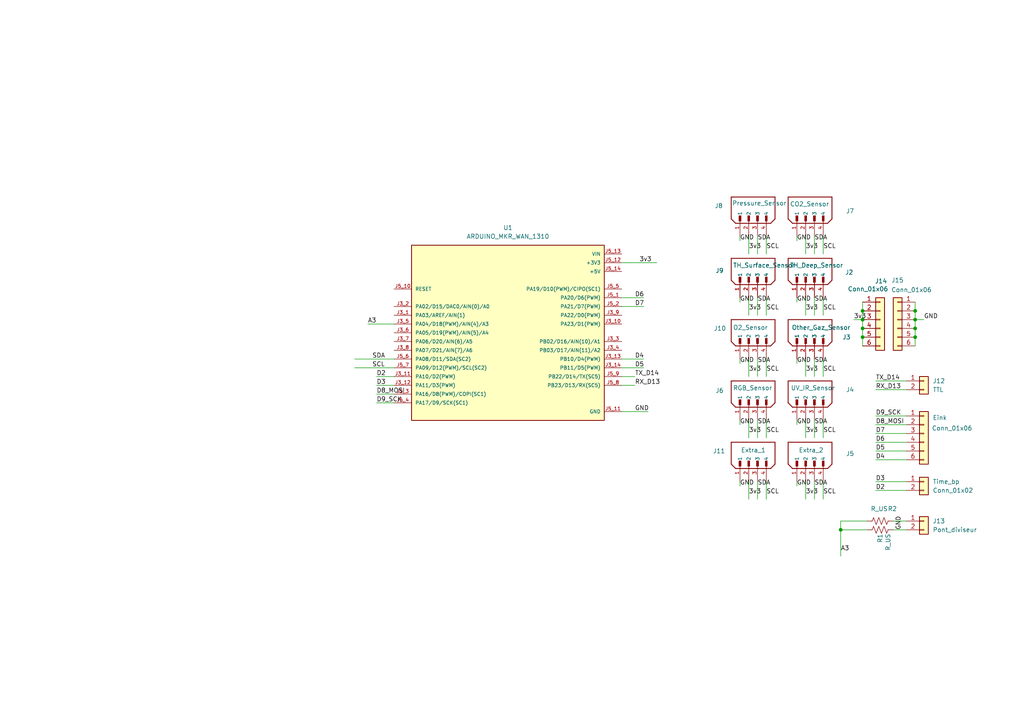
<source format=kicad_sch>
(kicad_sch
	(version 20250114)
	(generator "eeschema")
	(generator_version "9.0")
	(uuid "7ac17335-f861-4e23-9956-b88527cce502")
	(paper "A4")
	(lib_symbols
		(symbol "ARDUINO_MKR_WAN_1310:ARDUINO_MKR_WAN_1310"
			(pin_names
				(offset 1.016)
			)
			(exclude_from_sim no)
			(in_bom yes)
			(on_board yes)
			(property "Reference" "U"
				(at -27.94 27.94 0)
				(effects
					(font
						(size 1.27 1.27)
					)
					(justify left top)
				)
			)
			(property "Value" "ARDUINO_MKR_WAN_1310"
				(at -27.94 -27.94 0)
				(effects
					(font
						(size 1.27 1.27)
					)
					(justify left bottom)
				)
			)
			(property "Footprint" "ARDUINO_MKR_WAN_1310:BOARD_ARDUINO_MKR_WAN_1310"
				(at 0 0 0)
				(effects
					(font
						(size 1.27 1.27)
					)
					(justify bottom)
					(hide yes)
				)
			)
			(property "Datasheet" ""
				(at 0 0 0)
				(effects
					(font
						(size 1.27 1.27)
					)
					(hide yes)
				)
			)
			(property "Description" ""
				(at 0 0 0)
				(effects
					(font
						(size 1.27 1.27)
					)
					(hide yes)
				)
			)
			(property "MF" "Arduino"
				(at 0 0 0)
				(effects
					(font
						(size 1.27 1.27)
					)
					(justify bottom)
					(hide yes)
				)
			)
			(property "MAXIMUM_PACKAGE_HEIGHT" "1.90mm"
				(at 0 0 0)
				(effects
					(font
						(size 1.27 1.27)
					)
					(justify bottom)
					(hide yes)
				)
			)
			(property "Package" "None"
				(at 0 0 0)
				(effects
					(font
						(size 1.27 1.27)
					)
					(justify bottom)
					(hide yes)
				)
			)
			(property "Price" "None"
				(at 0 0 0)
				(effects
					(font
						(size 1.27 1.27)
					)
					(justify bottom)
					(hide yes)
				)
			)
			(property "Check_prices" "https://www.snapeda.com/parts/ARDUINO%20MKR%20WAN%201310/Arduino/view-part/?ref=eda"
				(at 0 0 0)
				(effects
					(font
						(size 1.27 1.27)
					)
					(justify bottom)
					(hide yes)
				)
			)
			(property "STANDARD" "Manufacturer Recommendations"
				(at 0 0 0)
				(effects
					(font
						(size 1.27 1.27)
					)
					(justify bottom)
					(hide yes)
				)
			)
			(property "PARTREV" "06/27/2019"
				(at 0 0 0)
				(effects
					(font
						(size 1.27 1.27)
					)
					(justify bottom)
					(hide yes)
				)
			)
			(property "SnapEDA_Link" "https://www.snapeda.com/parts/ARDUINO%20MKR%20WAN%201310/Arduino/view-part/?ref=snap"
				(at 0 0 0)
				(effects
					(font
						(size 1.27 1.27)
					)
					(justify bottom)
					(hide yes)
				)
			)
			(property "MP" "ARDUINO MKR WAN 1310"
				(at 0 0 0)
				(effects
					(font
						(size 1.27 1.27)
					)
					(justify bottom)
					(hide yes)
				)
			)
			(property "Description_1" "Arduino Pro; LoRa; SAM D21; 5VDC; Flash: 256kB; SRAM: 32kB"
				(at 0 0 0)
				(effects
					(font
						(size 1.27 1.27)
					)
					(justify bottom)
					(hide yes)
				)
			)
			(property "SNAPEDA_PN" "ARDUINO MKR WAN 1310"
				(at 0 0 0)
				(effects
					(font
						(size 1.27 1.27)
					)
					(justify bottom)
					(hide yes)
				)
			)
			(property "Availability" "Not in stock"
				(at 0 0 0)
				(effects
					(font
						(size 1.27 1.27)
					)
					(justify bottom)
					(hide yes)
				)
			)
			(property "MANUFACTURER" "Arduino"
				(at 0 0 0)
				(effects
					(font
						(size 1.27 1.27)
					)
					(justify bottom)
					(hide yes)
				)
			)
			(symbol "ARDUINO_MKR_WAN_1310_0_0"
				(rectangle
					(start -27.94 -25.4)
					(end 27.94 25.4)
					(stroke
						(width 0.254)
						(type default)
					)
					(fill
						(type background)
					)
				)
				(pin input line
					(at -33.02 12.7 0)
					(length 5.08)
					(name "RESET"
						(effects
							(font
								(size 1.016 1.016)
							)
						)
					)
					(number "J5_10"
						(effects
							(font
								(size 1.016 1.016)
							)
						)
					)
				)
				(pin bidirectional line
					(at -33.02 7.62 0)
					(length 5.08)
					(name "PA02/D15/DAC0/AIN(0)/A0"
						(effects
							(font
								(size 1.016 1.016)
							)
						)
					)
					(number "J3_2"
						(effects
							(font
								(size 1.016 1.016)
							)
						)
					)
				)
				(pin bidirectional line
					(at -33.02 5.08 0)
					(length 5.08)
					(name "PA03/AREF/AIN(1)"
						(effects
							(font
								(size 1.016 1.016)
							)
						)
					)
					(number "J3_1"
						(effects
							(font
								(size 1.016 1.016)
							)
						)
					)
				)
				(pin bidirectional line
					(at -33.02 2.54 0)
					(length 5.08)
					(name "PA04/D18(PWM)/AIN(4)/A3"
						(effects
							(font
								(size 1.016 1.016)
							)
						)
					)
					(number "J3_5"
						(effects
							(font
								(size 1.016 1.016)
							)
						)
					)
				)
				(pin bidirectional line
					(at -33.02 0 0)
					(length 5.08)
					(name "PA05/D19(PWM)/AIN(5)/A4"
						(effects
							(font
								(size 1.016 1.016)
							)
						)
					)
					(number "J3_6"
						(effects
							(font
								(size 1.016 1.016)
							)
						)
					)
				)
				(pin bidirectional line
					(at -33.02 -2.54 0)
					(length 5.08)
					(name "PA06/D20/AIN(6)/A5"
						(effects
							(font
								(size 1.016 1.016)
							)
						)
					)
					(number "J3_7"
						(effects
							(font
								(size 1.016 1.016)
							)
						)
					)
				)
				(pin bidirectional line
					(at -33.02 -5.08 0)
					(length 5.08)
					(name "PA07/D21/AIN(7)/A6"
						(effects
							(font
								(size 1.016 1.016)
							)
						)
					)
					(number "J3_8"
						(effects
							(font
								(size 1.016 1.016)
							)
						)
					)
				)
				(pin bidirectional line
					(at -33.02 -7.62 0)
					(length 5.08)
					(name "PA08/D11/SDA(SC2)"
						(effects
							(font
								(size 1.016 1.016)
							)
						)
					)
					(number "J5_6"
						(effects
							(font
								(size 1.016 1.016)
							)
						)
					)
				)
				(pin bidirectional line
					(at -33.02 -10.16 0)
					(length 5.08)
					(name "PA09/D12(PWM)/SCL(SC2)"
						(effects
							(font
								(size 1.016 1.016)
							)
						)
					)
					(number "J5_7"
						(effects
							(font
								(size 1.016 1.016)
							)
						)
					)
				)
				(pin bidirectional line
					(at -33.02 -12.7 0)
					(length 5.08)
					(name "PA10/D2(PWM)"
						(effects
							(font
								(size 1.016 1.016)
							)
						)
					)
					(number "J3_11"
						(effects
							(font
								(size 1.016 1.016)
							)
						)
					)
				)
				(pin bidirectional line
					(at -33.02 -15.24 0)
					(length 5.08)
					(name "PA11/D3(PWM)"
						(effects
							(font
								(size 1.016 1.016)
							)
						)
					)
					(number "J3_12"
						(effects
							(font
								(size 1.016 1.016)
							)
						)
					)
				)
				(pin bidirectional line
					(at -33.02 -17.78 0)
					(length 5.08)
					(name "PA16/D8(PWM)/COPI(SC1)"
						(effects
							(font
								(size 1.016 1.016)
							)
						)
					)
					(number "J5_3"
						(effects
							(font
								(size 1.016 1.016)
							)
						)
					)
				)
				(pin bidirectional line
					(at -33.02 -20.32 0)
					(length 5.08)
					(name "PA17/D9/SCK(SC1)"
						(effects
							(font
								(size 1.016 1.016)
							)
						)
					)
					(number "J5_4"
						(effects
							(font
								(size 1.016 1.016)
							)
						)
					)
				)
				(pin power_in line
					(at 33.02 22.86 180)
					(length 5.08)
					(name "VIN"
						(effects
							(font
								(size 1.016 1.016)
							)
						)
					)
					(number "J5_13"
						(effects
							(font
								(size 1.016 1.016)
							)
						)
					)
				)
				(pin power_in line
					(at 33.02 20.32 180)
					(length 5.08)
					(name "+3V3"
						(effects
							(font
								(size 1.016 1.016)
							)
						)
					)
					(number "J5_12"
						(effects
							(font
								(size 1.016 1.016)
							)
						)
					)
				)
				(pin power_in line
					(at 33.02 17.78 180)
					(length 5.08)
					(name "+5V"
						(effects
							(font
								(size 1.016 1.016)
							)
						)
					)
					(number "J5_14"
						(effects
							(font
								(size 1.016 1.016)
							)
						)
					)
				)
				(pin bidirectional line
					(at 33.02 12.7 180)
					(length 5.08)
					(name "PA19/D10(PWM)/CIPO(SC1)"
						(effects
							(font
								(size 1.016 1.016)
							)
						)
					)
					(number "J5_5"
						(effects
							(font
								(size 1.016 1.016)
							)
						)
					)
				)
				(pin bidirectional line
					(at 33.02 10.16 180)
					(length 5.08)
					(name "PA20/D6(PWM)"
						(effects
							(font
								(size 1.016 1.016)
							)
						)
					)
					(number "J5_1"
						(effects
							(font
								(size 1.016 1.016)
							)
						)
					)
				)
				(pin bidirectional line
					(at 33.02 7.62 180)
					(length 5.08)
					(name "PA21/D7(PWM)"
						(effects
							(font
								(size 1.016 1.016)
							)
						)
					)
					(number "J5_2"
						(effects
							(font
								(size 1.016 1.016)
							)
						)
					)
				)
				(pin bidirectional line
					(at 33.02 5.08 180)
					(length 5.08)
					(name "PA22/D0(PWM)"
						(effects
							(font
								(size 1.016 1.016)
							)
						)
					)
					(number "J3_9"
						(effects
							(font
								(size 1.016 1.016)
							)
						)
					)
				)
				(pin bidirectional line
					(at 33.02 2.54 180)
					(length 5.08)
					(name "PA23/D1(PWM)"
						(effects
							(font
								(size 1.016 1.016)
							)
						)
					)
					(number "J3_10"
						(effects
							(font
								(size 1.016 1.016)
							)
						)
					)
				)
				(pin bidirectional line
					(at 33.02 -2.54 180)
					(length 5.08)
					(name "PB02/D16/AIN(10)/A1"
						(effects
							(font
								(size 1.016 1.016)
							)
						)
					)
					(number "J3_3"
						(effects
							(font
								(size 1.016 1.016)
							)
						)
					)
				)
				(pin bidirectional line
					(at 33.02 -5.08 180)
					(length 5.08)
					(name "PB03/D17/AIN(11)/A2"
						(effects
							(font
								(size 1.016 1.016)
							)
						)
					)
					(number "J3_4"
						(effects
							(font
								(size 1.016 1.016)
							)
						)
					)
				)
				(pin bidirectional line
					(at 33.02 -7.62 180)
					(length 5.08)
					(name "PB10/D4(PWM)"
						(effects
							(font
								(size 1.016 1.016)
							)
						)
					)
					(number "J3_13"
						(effects
							(font
								(size 1.016 1.016)
							)
						)
					)
				)
				(pin bidirectional line
					(at 33.02 -10.16 180)
					(length 5.08)
					(name "PB11/D5(PWM)"
						(effects
							(font
								(size 1.016 1.016)
							)
						)
					)
					(number "J3_14"
						(effects
							(font
								(size 1.016 1.016)
							)
						)
					)
				)
				(pin bidirectional line
					(at 33.02 -12.7 180)
					(length 5.08)
					(name "PB22/D14/TX(SC5)"
						(effects
							(font
								(size 1.016 1.016)
							)
						)
					)
					(number "J5_9"
						(effects
							(font
								(size 1.016 1.016)
							)
						)
					)
				)
				(pin bidirectional line
					(at 33.02 -15.24 180)
					(length 5.08)
					(name "PB23/D13/RX(SC5)"
						(effects
							(font
								(size 1.016 1.016)
							)
						)
					)
					(number "J5_8"
						(effects
							(font
								(size 1.016 1.016)
							)
						)
					)
				)
				(pin power_in line
					(at 33.02 -22.86 180)
					(length 5.08)
					(name "GND"
						(effects
							(font
								(size 1.016 1.016)
							)
						)
					)
					(number "J5_11"
						(effects
							(font
								(size 1.016 1.016)
							)
						)
					)
				)
			)
			(embedded_fonts no)
		)
		(symbol "B4B-XH-A_LF__SN_:B4B-XH-A_LF__SN_"
			(pin_names
				(offset 1.016)
			)
			(exclude_from_sim no)
			(in_bom yes)
			(on_board yes)
			(property "Reference" "J"
				(at -2.54 6.35 0)
				(effects
					(font
						(size 1.27 1.27)
					)
					(justify left bottom)
				)
			)
			(property "Value" "B4B-XH-A_LF__SN_"
				(at -2.54 -10.16 0)
				(effects
					(font
						(size 1.27 1.27)
					)
					(justify left bottom)
				)
			)
			(property "Footprint" "B4B-XH-A_LF__SN_:JST_B4B-XH-A_LF__SN_"
				(at 0 0 0)
				(effects
					(font
						(size 1.27 1.27)
					)
					(justify bottom)
					(hide yes)
				)
			)
			(property "Datasheet" ""
				(at 0 0 0)
				(effects
					(font
						(size 1.27 1.27)
					)
					(hide yes)
				)
			)
			(property "Description" ""
				(at 0 0 0)
				(effects
					(font
						(size 1.27 1.27)
					)
					(hide yes)
				)
			)
			(property "MF" "JST Sales America Inc."
				(at 0 0 0)
				(effects
					(font
						(size 1.27 1.27)
					)
					(justify bottom)
					(hide yes)
				)
			)
			(property "MAXIMUM_PACKAGE_HEIGHT" "7.00 mm"
				(at 0 0 0)
				(effects
					(font
						(size 1.27 1.27)
					)
					(justify bottom)
					(hide yes)
				)
			)
			(property "Package" "None"
				(at 0 0 0)
				(effects
					(font
						(size 1.27 1.27)
					)
					(justify bottom)
					(hide yes)
				)
			)
			(property "Price" "None"
				(at 0 0 0)
				(effects
					(font
						(size 1.27 1.27)
					)
					(justify bottom)
					(hide yes)
				)
			)
			(property "Check_prices" "https://www.snapeda.com/parts/B4B-XH-A(LF)(SN)/JST/view-part/?ref=eda"
				(at 0 0 0)
				(effects
					(font
						(size 1.27 1.27)
					)
					(justify bottom)
					(hide yes)
				)
			)
			(property "STANDARD" "Manufacturer Recommendations"
				(at 0 0 0)
				(effects
					(font
						(size 1.27 1.27)
					)
					(justify bottom)
					(hide yes)
				)
			)
			(property "PARTREV" "7/4/21"
				(at 0 0 0)
				(effects
					(font
						(size 1.27 1.27)
					)
					(justify bottom)
					(hide yes)
				)
			)
			(property "SnapEDA_Link" "https://www.snapeda.com/parts/B4B-XH-A(LF)(SN)/JST/view-part/?ref=snap"
				(at 0 0 0)
				(effects
					(font
						(size 1.27 1.27)
					)
					(justify bottom)
					(hide yes)
				)
			)
			(property "MP" "B4B-XH-A(LF)(SN)"
				(at 0 0 0)
				(effects
					(font
						(size 1.27 1.27)
					)
					(justify bottom)
					(hide yes)
				)
			)
			(property "Description_1" "Connector Header Through Hole 4 position 0.098 (2.50mm)"
				(at 0 0 0)
				(effects
					(font
						(size 1.27 1.27)
					)
					(justify bottom)
					(hide yes)
				)
			)
			(property "Availability" "In Stock"
				(at 0 0 0)
				(effects
					(font
						(size 1.27 1.27)
					)
					(justify bottom)
					(hide yes)
				)
			)
			(property "MANUFACTURER" "JST"
				(at 0 0 0)
				(effects
					(font
						(size 1.27 1.27)
					)
					(justify bottom)
					(hide yes)
				)
			)
			(symbol "B4B-XH-A_LF__SN__0_0"
				(polyline
					(pts
						(xy -3.81 3.81) (xy -3.81 -6.35)
					)
					(stroke
						(width 0.254)
						(type default)
					)
					(fill
						(type none)
					)
				)
				(polyline
					(pts
						(xy -3.81 3.81) (xy -2.54 5.08)
					)
					(stroke
						(width 0.254)
						(type default)
					)
					(fill
						(type none)
					)
				)
				(polyline
					(pts
						(xy -3.81 -6.35) (xy -2.54 -7.62)
					)
					(stroke
						(width 0.254)
						(type default)
					)
					(fill
						(type none)
					)
				)
				(rectangle
					(start -3.175 2.2225)
					(end -1.5875 2.8575)
					(stroke
						(width 0.1)
						(type default)
					)
					(fill
						(type outline)
					)
				)
				(rectangle
					(start -3.175 -0.3175)
					(end -1.5875 0.3175)
					(stroke
						(width 0.1)
						(type default)
					)
					(fill
						(type outline)
					)
				)
				(rectangle
					(start -3.175 -2.8575)
					(end -1.5875 -2.2225)
					(stroke
						(width 0.1)
						(type default)
					)
					(fill
						(type outline)
					)
				)
				(rectangle
					(start -3.175 -5.3975)
					(end -1.5875 -4.7625)
					(stroke
						(width 0.1)
						(type default)
					)
					(fill
						(type outline)
					)
				)
				(polyline
					(pts
						(xy -2.54 -7.62) (xy 3.81 -7.62)
					)
					(stroke
						(width 0.254)
						(type default)
					)
					(fill
						(type none)
					)
				)
				(polyline
					(pts
						(xy 3.81 5.08) (xy -2.54 5.08)
					)
					(stroke
						(width 0.254)
						(type default)
					)
					(fill
						(type none)
					)
				)
				(polyline
					(pts
						(xy 3.81 -7.62) (xy 3.81 5.08)
					)
					(stroke
						(width 0.254)
						(type default)
					)
					(fill
						(type none)
					)
				)
				(pin passive line
					(at -7.62 2.54 0)
					(length 5.08)
					(name "1"
						(effects
							(font
								(size 1.016 1.016)
							)
						)
					)
					(number "1"
						(effects
							(font
								(size 1.016 1.016)
							)
						)
					)
				)
				(pin passive line
					(at -7.62 0 0)
					(length 5.08)
					(name "2"
						(effects
							(font
								(size 1.016 1.016)
							)
						)
					)
					(number "2"
						(effects
							(font
								(size 1.016 1.016)
							)
						)
					)
				)
				(pin passive line
					(at -7.62 -2.54 0)
					(length 5.08)
					(name "3"
						(effects
							(font
								(size 1.016 1.016)
							)
						)
					)
					(number "3"
						(effects
							(font
								(size 1.016 1.016)
							)
						)
					)
				)
				(pin passive line
					(at -7.62 -5.08 0)
					(length 5.08)
					(name "4"
						(effects
							(font
								(size 1.016 1.016)
							)
						)
					)
					(number "4"
						(effects
							(font
								(size 1.016 1.016)
							)
						)
					)
				)
			)
			(embedded_fonts no)
		)
		(symbol "Connector_Generic:Conn_01x02"
			(pin_names
				(offset 1.016)
				(hide yes)
			)
			(exclude_from_sim no)
			(in_bom yes)
			(on_board yes)
			(property "Reference" "J"
				(at 0 2.54 0)
				(effects
					(font
						(size 1.27 1.27)
					)
				)
			)
			(property "Value" "Conn_01x02"
				(at 0 -5.08 0)
				(effects
					(font
						(size 1.27 1.27)
					)
				)
			)
			(property "Footprint" ""
				(at 0 0 0)
				(effects
					(font
						(size 1.27 1.27)
					)
					(hide yes)
				)
			)
			(property "Datasheet" "~"
				(at 0 0 0)
				(effects
					(font
						(size 1.27 1.27)
					)
					(hide yes)
				)
			)
			(property "Description" "Generic connector, single row, 01x02, script generated (kicad-library-utils/schlib/autogen/connector/)"
				(at 0 0 0)
				(effects
					(font
						(size 1.27 1.27)
					)
					(hide yes)
				)
			)
			(property "ki_keywords" "connector"
				(at 0 0 0)
				(effects
					(font
						(size 1.27 1.27)
					)
					(hide yes)
				)
			)
			(property "ki_fp_filters" "Connector*:*_1x??_*"
				(at 0 0 0)
				(effects
					(font
						(size 1.27 1.27)
					)
					(hide yes)
				)
			)
			(symbol "Conn_01x02_1_1"
				(rectangle
					(start -1.27 1.27)
					(end 1.27 -3.81)
					(stroke
						(width 0.254)
						(type default)
					)
					(fill
						(type background)
					)
				)
				(rectangle
					(start -1.27 0.127)
					(end 0 -0.127)
					(stroke
						(width 0.1524)
						(type default)
					)
					(fill
						(type none)
					)
				)
				(rectangle
					(start -1.27 -2.413)
					(end 0 -2.667)
					(stroke
						(width 0.1524)
						(type default)
					)
					(fill
						(type none)
					)
				)
				(pin passive line
					(at -5.08 0 0)
					(length 3.81)
					(name "Pin_1"
						(effects
							(font
								(size 1.27 1.27)
							)
						)
					)
					(number "1"
						(effects
							(font
								(size 1.27 1.27)
							)
						)
					)
				)
				(pin passive line
					(at -5.08 -2.54 0)
					(length 3.81)
					(name "Pin_2"
						(effects
							(font
								(size 1.27 1.27)
							)
						)
					)
					(number "2"
						(effects
							(font
								(size 1.27 1.27)
							)
						)
					)
				)
			)
			(embedded_fonts no)
		)
		(symbol "Connector_Generic:Conn_01x06"
			(pin_names
				(offset 1.016)
				(hide yes)
			)
			(exclude_from_sim no)
			(in_bom yes)
			(on_board yes)
			(property "Reference" "J"
				(at 0 7.62 0)
				(effects
					(font
						(size 1.27 1.27)
					)
				)
			)
			(property "Value" "Conn_01x06"
				(at 0 -10.16 0)
				(effects
					(font
						(size 1.27 1.27)
					)
				)
			)
			(property "Footprint" ""
				(at 0 0 0)
				(effects
					(font
						(size 1.27 1.27)
					)
					(hide yes)
				)
			)
			(property "Datasheet" "~"
				(at 0 0 0)
				(effects
					(font
						(size 1.27 1.27)
					)
					(hide yes)
				)
			)
			(property "Description" "Generic connector, single row, 01x06, script generated (kicad-library-utils/schlib/autogen/connector/)"
				(at 0 0 0)
				(effects
					(font
						(size 1.27 1.27)
					)
					(hide yes)
				)
			)
			(property "ki_keywords" "connector"
				(at 0 0 0)
				(effects
					(font
						(size 1.27 1.27)
					)
					(hide yes)
				)
			)
			(property "ki_fp_filters" "Connector*:*_1x??_*"
				(at 0 0 0)
				(effects
					(font
						(size 1.27 1.27)
					)
					(hide yes)
				)
			)
			(symbol "Conn_01x06_1_1"
				(rectangle
					(start -1.27 6.35)
					(end 1.27 -8.89)
					(stroke
						(width 0.254)
						(type default)
					)
					(fill
						(type background)
					)
				)
				(rectangle
					(start -1.27 5.207)
					(end 0 4.953)
					(stroke
						(width 0.1524)
						(type default)
					)
					(fill
						(type none)
					)
				)
				(rectangle
					(start -1.27 2.667)
					(end 0 2.413)
					(stroke
						(width 0.1524)
						(type default)
					)
					(fill
						(type none)
					)
				)
				(rectangle
					(start -1.27 0.127)
					(end 0 -0.127)
					(stroke
						(width 0.1524)
						(type default)
					)
					(fill
						(type none)
					)
				)
				(rectangle
					(start -1.27 -2.413)
					(end 0 -2.667)
					(stroke
						(width 0.1524)
						(type default)
					)
					(fill
						(type none)
					)
				)
				(rectangle
					(start -1.27 -4.953)
					(end 0 -5.207)
					(stroke
						(width 0.1524)
						(type default)
					)
					(fill
						(type none)
					)
				)
				(rectangle
					(start -1.27 -7.493)
					(end 0 -7.747)
					(stroke
						(width 0.1524)
						(type default)
					)
					(fill
						(type none)
					)
				)
				(pin passive line
					(at -5.08 5.08 0)
					(length 3.81)
					(name "Pin_1"
						(effects
							(font
								(size 1.27 1.27)
							)
						)
					)
					(number "1"
						(effects
							(font
								(size 1.27 1.27)
							)
						)
					)
				)
				(pin passive line
					(at -5.08 2.54 0)
					(length 3.81)
					(name "Pin_2"
						(effects
							(font
								(size 1.27 1.27)
							)
						)
					)
					(number "2"
						(effects
							(font
								(size 1.27 1.27)
							)
						)
					)
				)
				(pin passive line
					(at -5.08 0 0)
					(length 3.81)
					(name "Pin_3"
						(effects
							(font
								(size 1.27 1.27)
							)
						)
					)
					(number "3"
						(effects
							(font
								(size 1.27 1.27)
							)
						)
					)
				)
				(pin passive line
					(at -5.08 -2.54 0)
					(length 3.81)
					(name "Pin_4"
						(effects
							(font
								(size 1.27 1.27)
							)
						)
					)
					(number "4"
						(effects
							(font
								(size 1.27 1.27)
							)
						)
					)
				)
				(pin passive line
					(at -5.08 -5.08 0)
					(length 3.81)
					(name "Pin_5"
						(effects
							(font
								(size 1.27 1.27)
							)
						)
					)
					(number "5"
						(effects
							(font
								(size 1.27 1.27)
							)
						)
					)
				)
				(pin passive line
					(at -5.08 -7.62 0)
					(length 3.81)
					(name "Pin_6"
						(effects
							(font
								(size 1.27 1.27)
							)
						)
					)
					(number "6"
						(effects
							(font
								(size 1.27 1.27)
							)
						)
					)
				)
			)
			(embedded_fonts no)
		)
		(symbol "Device:R_US"
			(pin_numbers
				(hide yes)
			)
			(pin_names
				(offset 0)
			)
			(exclude_from_sim no)
			(in_bom yes)
			(on_board yes)
			(property "Reference" "R"
				(at 2.54 0 90)
				(effects
					(font
						(size 1.27 1.27)
					)
				)
			)
			(property "Value" "R_US"
				(at -2.54 0 90)
				(effects
					(font
						(size 1.27 1.27)
					)
				)
			)
			(property "Footprint" ""
				(at 1.016 -0.254 90)
				(effects
					(font
						(size 1.27 1.27)
					)
					(hide yes)
				)
			)
			(property "Datasheet" "~"
				(at 0 0 0)
				(effects
					(font
						(size 1.27 1.27)
					)
					(hide yes)
				)
			)
			(property "Description" "Resistor, US symbol"
				(at 0 0 0)
				(effects
					(font
						(size 1.27 1.27)
					)
					(hide yes)
				)
			)
			(property "ki_keywords" "R res resistor"
				(at 0 0 0)
				(effects
					(font
						(size 1.27 1.27)
					)
					(hide yes)
				)
			)
			(property "ki_fp_filters" "R_*"
				(at 0 0 0)
				(effects
					(font
						(size 1.27 1.27)
					)
					(hide yes)
				)
			)
			(symbol "R_US_0_1"
				(polyline
					(pts
						(xy 0 2.286) (xy 0 2.54)
					)
					(stroke
						(width 0)
						(type default)
					)
					(fill
						(type none)
					)
				)
				(polyline
					(pts
						(xy 0 2.286) (xy 1.016 1.905) (xy 0 1.524) (xy -1.016 1.143) (xy 0 0.762)
					)
					(stroke
						(width 0)
						(type default)
					)
					(fill
						(type none)
					)
				)
				(polyline
					(pts
						(xy 0 0.762) (xy 1.016 0.381) (xy 0 0) (xy -1.016 -0.381) (xy 0 -0.762)
					)
					(stroke
						(width 0)
						(type default)
					)
					(fill
						(type none)
					)
				)
				(polyline
					(pts
						(xy 0 -0.762) (xy 1.016 -1.143) (xy 0 -1.524) (xy -1.016 -1.905) (xy 0 -2.286)
					)
					(stroke
						(width 0)
						(type default)
					)
					(fill
						(type none)
					)
				)
				(polyline
					(pts
						(xy 0 -2.286) (xy 0 -2.54)
					)
					(stroke
						(width 0)
						(type default)
					)
					(fill
						(type none)
					)
				)
			)
			(symbol "R_US_1_1"
				(pin passive line
					(at 0 3.81 270)
					(length 1.27)
					(name "~"
						(effects
							(font
								(size 1.27 1.27)
							)
						)
					)
					(number "1"
						(effects
							(font
								(size 1.27 1.27)
							)
						)
					)
				)
				(pin passive line
					(at 0 -3.81 90)
					(length 1.27)
					(name "~"
						(effects
							(font
								(size 1.27 1.27)
							)
						)
					)
					(number "2"
						(effects
							(font
								(size 1.27 1.27)
							)
						)
					)
				)
			)
			(embedded_fonts no)
		)
	)
	(junction
		(at 243.84 153.67)
		(diameter 0)
		(color 0 0 0 0)
		(uuid "0b09e12b-3968-452c-8545-cd069f839962")
	)
	(junction
		(at 265.43 92.71)
		(diameter 0)
		(color 0 0 0 0)
		(uuid "1642910b-7601-4ea9-9d29-d982a2558e51")
	)
	(junction
		(at 250.19 92.71)
		(diameter 0)
		(color 0 0 0 0)
		(uuid "5d6e2222-6a5f-4f36-aa33-ccb63e1c57c0")
	)
	(junction
		(at 250.19 90.17)
		(diameter 0)
		(color 0 0 0 0)
		(uuid "7e611aea-1bb7-41b5-8269-23c68220266b")
	)
	(junction
		(at 265.43 90.17)
		(diameter 0)
		(color 0 0 0 0)
		(uuid "9197090d-9a15-4920-92d1-cdc76789e771")
	)
	(junction
		(at 265.43 97.79)
		(diameter 0)
		(color 0 0 0 0)
		(uuid "a7d2b2aa-46b2-4714-9913-21f440beb30c")
	)
	(junction
		(at 250.19 95.25)
		(diameter 0)
		(color 0 0 0 0)
		(uuid "aa8d0401-d4ca-42e0-a781-9985afc65c5c")
	)
	(junction
		(at 250.19 97.79)
		(diameter 0)
		(color 0 0 0 0)
		(uuid "e4ba1c4c-c682-45ab-b5ca-717b811269b2")
	)
	(junction
		(at 265.43 95.25)
		(diameter 0)
		(color 0 0 0 0)
		(uuid "ebb710c5-ed9a-4eb3-9698-a56eb4a16f06")
	)
	(wire
		(pts
			(xy 259.08 153.67) (xy 262.89 153.67)
		)
		(stroke
			(width 0)
			(type default)
		)
		(uuid "0020fbea-5849-4799-b819-2b7ab8d66763")
	)
	(wire
		(pts
			(xy 180.34 104.14) (xy 186.69 104.14)
		)
		(stroke
			(width 0)
			(type default)
		)
		(uuid "01213ed6-ad64-47ca-964e-ccabcca31391")
	)
	(wire
		(pts
			(xy 243.84 151.13) (xy 243.84 153.67)
		)
		(stroke
			(width 0)
			(type default)
		)
		(uuid "02930312-9d0a-44bb-8c17-f9203a2746dc")
	)
	(wire
		(pts
			(xy 250.19 97.79) (xy 250.19 100.33)
		)
		(stroke
			(width 0)
			(type default)
		)
		(uuid "1105ac33-f788-400a-ae64-0ef6a60e0277")
	)
	(wire
		(pts
			(xy 217.17 139.7) (xy 217.17 144.78)
		)
		(stroke
			(width 0)
			(type default)
		)
		(uuid "11b0adb7-3a1c-4df5-85a1-a99949090346")
	)
	(wire
		(pts
			(xy 265.43 92.71) (xy 267.97 92.71)
		)
		(stroke
			(width 0)
			(type default)
		)
		(uuid "163f7445-53e9-4e5e-9e1b-4ae0eceb28fa")
	)
	(wire
		(pts
			(xy 236.22 104.14) (xy 236.22 109.22)
		)
		(stroke
			(width 0)
			(type default)
		)
		(uuid "1781264a-c4d3-47f3-93df-ba2309b15da9")
	)
	(wire
		(pts
			(xy 238.76 68.58) (xy 238.76 73.66)
		)
		(stroke
			(width 0)
			(type default)
		)
		(uuid "1863d848-1a24-4dd9-9c0d-0c79944da92b")
	)
	(wire
		(pts
			(xy 106.68 93.98) (xy 114.3 93.98)
		)
		(stroke
			(width 0)
			(type default)
		)
		(uuid "2a612e3a-3dc3-4e37-bea0-940e8ed33e84")
	)
	(wire
		(pts
			(xy 254 139.7) (xy 262.89 139.7)
		)
		(stroke
			(width 0)
			(type default)
		)
		(uuid "2d4ca2f4-3e64-4e3c-8098-181fefda51fd")
	)
	(wire
		(pts
			(xy 243.84 153.67) (xy 243.84 161.29)
		)
		(stroke
			(width 0)
			(type default)
		)
		(uuid "31263f4c-c574-4eca-8280-2bf96c28f9fa")
	)
	(wire
		(pts
			(xy 214.63 139.7) (xy 214.63 140.97)
		)
		(stroke
			(width 0)
			(type default)
		)
		(uuid "32a2b315-dda6-49e1-823a-f29c225ac0c0")
	)
	(wire
		(pts
			(xy 180.34 119.38) (xy 187.96 119.38)
		)
		(stroke
			(width 0)
			(type default)
		)
		(uuid "3a744475-e3fe-49d0-a059-4de47782de39")
	)
	(wire
		(pts
			(xy 238.76 139.7) (xy 238.76 144.78)
		)
		(stroke
			(width 0)
			(type default)
		)
		(uuid "3d4a6ae0-7420-429f-ae21-0026ad31b995")
	)
	(wire
		(pts
			(xy 102.87 106.68) (xy 114.3 106.68)
		)
		(stroke
			(width 0)
			(type default)
		)
		(uuid "3d99d86f-6be6-4ef1-9b88-a89b98b400b6")
	)
	(wire
		(pts
			(xy 238.76 121.92) (xy 238.76 127)
		)
		(stroke
			(width 0)
			(type default)
		)
		(uuid "3f11eaf9-e230-41e7-a9cf-479848beddf3")
	)
	(wire
		(pts
			(xy 233.68 139.7) (xy 233.68 144.78)
		)
		(stroke
			(width 0)
			(type default)
		)
		(uuid "424818c9-ec31-484b-97c5-9625e9062ff7")
	)
	(wire
		(pts
			(xy 109.22 111.76) (xy 114.3 111.76)
		)
		(stroke
			(width 0)
			(type default)
		)
		(uuid "42c3b722-b956-4701-9434-2400f9be1d1c")
	)
	(wire
		(pts
			(xy 259.08 151.13) (xy 262.89 151.13)
		)
		(stroke
			(width 0)
			(type default)
		)
		(uuid "46e27f65-1734-41a8-9d9d-3228a7ed7347")
	)
	(wire
		(pts
			(xy 238.76 104.14) (xy 238.76 109.22)
		)
		(stroke
			(width 0)
			(type default)
		)
		(uuid "479635be-d853-4628-a2cf-dc46fdee8222")
	)
	(wire
		(pts
			(xy 233.68 104.14) (xy 233.68 109.22)
		)
		(stroke
			(width 0)
			(type default)
		)
		(uuid "49082bf8-3f8e-41e7-ab7d-f9b851dcba52")
	)
	(wire
		(pts
			(xy 219.71 139.7) (xy 219.71 144.78)
		)
		(stroke
			(width 0)
			(type default)
		)
		(uuid "4a6f5102-3331-479a-9f3b-58a50eead987")
	)
	(wire
		(pts
			(xy 233.68 86.36) (xy 233.68 91.44)
		)
		(stroke
			(width 0)
			(type default)
		)
		(uuid "4bb1cf1c-1e28-4f44-9f9c-5bdbc2790bc1")
	)
	(wire
		(pts
			(xy 214.63 121.92) (xy 214.63 123.19)
		)
		(stroke
			(width 0)
			(type default)
		)
		(uuid "4bd41634-e262-468d-9f07-9f35127266a3")
	)
	(wire
		(pts
			(xy 219.71 68.58) (xy 219.71 73.66)
		)
		(stroke
			(width 0)
			(type default)
		)
		(uuid "549266cc-78e6-4fcb-a031-f43a7f0cdc68")
	)
	(wire
		(pts
			(xy 102.87 104.14) (xy 114.3 104.14)
		)
		(stroke
			(width 0)
			(type default)
		)
		(uuid "5a49039a-3a8d-4848-97e5-d42d4985eb80")
	)
	(wire
		(pts
			(xy 217.17 104.14) (xy 217.17 109.22)
		)
		(stroke
			(width 0)
			(type default)
		)
		(uuid "5b6cead5-ff56-4323-8574-ccea7d0c6093")
	)
	(wire
		(pts
			(xy 222.25 121.92) (xy 222.25 127)
		)
		(stroke
			(width 0)
			(type default)
		)
		(uuid "5d5330aa-99b6-4f96-a98a-e60b603482b4")
	)
	(wire
		(pts
			(xy 231.14 68.58) (xy 231.14 69.85)
		)
		(stroke
			(width 0)
			(type default)
		)
		(uuid "5dade4ce-e3cf-4112-b419-8ff9982942f4")
	)
	(wire
		(pts
			(xy 250.19 90.17) (xy 250.19 92.71)
		)
		(stroke
			(width 0)
			(type default)
		)
		(uuid "5facd9a5-5bce-47c0-9e82-5111c1d74556")
	)
	(wire
		(pts
			(xy 222.25 86.36) (xy 222.25 91.44)
		)
		(stroke
			(width 0)
			(type default)
		)
		(uuid "618ddf6b-81a8-44b8-828a-fa8cfa26f0dd")
	)
	(wire
		(pts
			(xy 217.17 121.92) (xy 217.17 127)
		)
		(stroke
			(width 0)
			(type default)
		)
		(uuid "6310147f-c1b5-4d6d-874a-317467762193")
	)
	(wire
		(pts
			(xy 180.34 76.2) (xy 190.5 76.2)
		)
		(stroke
			(width 0)
			(type default)
		)
		(uuid "6c7445b9-e37c-4310-bba4-e9942887fc68")
	)
	(wire
		(pts
			(xy 180.34 109.22) (xy 184.15 109.22)
		)
		(stroke
			(width 0)
			(type default)
		)
		(uuid "6caf4bfe-87ac-48fc-bb41-67fb6e02ac68")
	)
	(wire
		(pts
			(xy 254 133.35) (xy 262.89 133.35)
		)
		(stroke
			(width 0)
			(type default)
		)
		(uuid "70cfbb04-8a17-41d8-bf9d-c776162e0777")
	)
	(wire
		(pts
			(xy 247.65 92.71) (xy 250.19 92.71)
		)
		(stroke
			(width 0)
			(type default)
		)
		(uuid "73574313-b566-4c1b-8431-e3ece57ce957")
	)
	(wire
		(pts
			(xy 265.43 92.71) (xy 265.43 95.25)
		)
		(stroke
			(width 0)
			(type default)
		)
		(uuid "746ecb3f-aabc-4b51-a186-784cd57d08e0")
	)
	(wire
		(pts
			(xy 243.84 153.67) (xy 251.46 153.67)
		)
		(stroke
			(width 0)
			(type default)
		)
		(uuid "75cc50db-8c90-4bb6-b84e-03443153bbc2")
	)
	(wire
		(pts
			(xy 109.22 109.22) (xy 114.3 109.22)
		)
		(stroke
			(width 0)
			(type default)
		)
		(uuid "769814e5-fd11-48fe-a4d2-88476335dcfc")
	)
	(wire
		(pts
			(xy 254 125.73) (xy 262.89 125.73)
		)
		(stroke
			(width 0)
			(type default)
		)
		(uuid "778ed334-bdd0-466f-aeee-ef4733b1755d")
	)
	(wire
		(pts
			(xy 250.19 87.63) (xy 250.19 90.17)
		)
		(stroke
			(width 0)
			(type default)
		)
		(uuid "78c968ff-b201-4b70-a523-0e9599680de7")
	)
	(wire
		(pts
			(xy 214.63 68.58) (xy 214.63 69.85)
		)
		(stroke
			(width 0)
			(type default)
		)
		(uuid "819616a1-b559-4b5c-9259-45be2d8015e6")
	)
	(wire
		(pts
			(xy 265.43 95.25) (xy 265.43 97.79)
		)
		(stroke
			(width 0)
			(type default)
		)
		(uuid "85b5a001-adc0-4d51-b9a9-48ebcce3643f")
	)
	(wire
		(pts
			(xy 180.34 88.9) (xy 186.69 88.9)
		)
		(stroke
			(width 0)
			(type default)
		)
		(uuid "88984245-b5c2-428e-b250-92d7efdb417b")
	)
	(wire
		(pts
			(xy 231.14 139.7) (xy 231.14 140.97)
		)
		(stroke
			(width 0)
			(type default)
		)
		(uuid "8ba81326-213b-4738-8532-8aba58be9bf1")
	)
	(wire
		(pts
			(xy 254 130.81) (xy 262.89 130.81)
		)
		(stroke
			(width 0)
			(type default)
		)
		(uuid "906d920c-f402-4fe3-8849-42ab83bd3fdd")
	)
	(wire
		(pts
			(xy 236.22 68.58) (xy 236.22 73.66)
		)
		(stroke
			(width 0)
			(type default)
		)
		(uuid "911c8ec2-236f-4104-aaf9-207328823fe3")
	)
	(wire
		(pts
			(xy 219.71 121.92) (xy 219.71 127)
		)
		(stroke
			(width 0)
			(type default)
		)
		(uuid "924d2001-868a-47f3-a360-90ca2e2fb190")
	)
	(wire
		(pts
			(xy 254 128.27) (xy 262.89 128.27)
		)
		(stroke
			(width 0)
			(type default)
		)
		(uuid "93754e3e-963e-4561-8df3-763fe415ae0b")
	)
	(wire
		(pts
			(xy 238.76 86.36) (xy 238.76 91.44)
		)
		(stroke
			(width 0)
			(type default)
		)
		(uuid "94d2104f-178c-4c87-8a60-979668e202a4")
	)
	(wire
		(pts
			(xy 222.25 68.58) (xy 222.25 73.66)
		)
		(stroke
			(width 0)
			(type default)
		)
		(uuid "9544d81b-c526-4940-94d2-797b2eb90816")
	)
	(wire
		(pts
			(xy 265.43 87.63) (xy 265.43 90.17)
		)
		(stroke
			(width 0)
			(type default)
		)
		(uuid "a5932ab1-95e2-40d9-a423-f857a3790e5d")
	)
	(wire
		(pts
			(xy 222.25 104.14) (xy 222.25 109.22)
		)
		(stroke
			(width 0)
			(type default)
		)
		(uuid "a88bf1cf-68eb-475a-9a7d-45c0e3f3b698")
	)
	(wire
		(pts
			(xy 217.17 68.58) (xy 217.17 73.66)
		)
		(stroke
			(width 0)
			(type default)
		)
		(uuid "aadc9427-79e9-442b-8ea3-ef3790f4238b")
	)
	(wire
		(pts
			(xy 254 123.19) (xy 262.89 123.19)
		)
		(stroke
			(width 0)
			(type default)
		)
		(uuid "aed51052-b718-4616-be2b-bd29fe412ba1")
	)
	(wire
		(pts
			(xy 222.25 139.7) (xy 222.25 144.78)
		)
		(stroke
			(width 0)
			(type default)
		)
		(uuid "b02cd5a6-f24e-48e3-97b3-4d6dfd23e66f")
	)
	(wire
		(pts
			(xy 265.43 97.79) (xy 265.43 100.33)
		)
		(stroke
			(width 0)
			(type default)
		)
		(uuid "b23b3f93-2ed0-4d61-94ad-d8fd82e067c3")
	)
	(wire
		(pts
			(xy 233.68 68.58) (xy 233.68 73.66)
		)
		(stroke
			(width 0)
			(type default)
		)
		(uuid "b51feddc-791e-492a-a859-57515b0a6659")
	)
	(wire
		(pts
			(xy 250.19 92.71) (xy 250.19 95.25)
		)
		(stroke
			(width 0)
			(type default)
		)
		(uuid "b6658d9f-4cc6-4b7e-a7aa-34bf89e695fd")
	)
	(wire
		(pts
			(xy 254 110.49) (xy 262.89 110.49)
		)
		(stroke
			(width 0)
			(type default)
		)
		(uuid "b7eb3d83-dd9c-4fc7-b0ae-7e2bcd6b5ae4")
	)
	(wire
		(pts
			(xy 219.71 86.36) (xy 219.71 91.44)
		)
		(stroke
			(width 0)
			(type default)
		)
		(uuid "bbebe305-f92c-477c-aead-9c10ae243034")
	)
	(wire
		(pts
			(xy 231.14 104.14) (xy 231.14 105.41)
		)
		(stroke
			(width 0)
			(type default)
		)
		(uuid "c243b599-2963-4744-8f4d-20c226b6f9b4")
	)
	(wire
		(pts
			(xy 214.63 104.14) (xy 214.63 105.41)
		)
		(stroke
			(width 0)
			(type default)
		)
		(uuid "c47e9c99-baf9-431d-b4ed-d20c3019c5c6")
	)
	(wire
		(pts
			(xy 254 120.65) (xy 262.89 120.65)
		)
		(stroke
			(width 0)
			(type default)
		)
		(uuid "cb167a22-fa30-49d8-9364-e3103a0b272f")
	)
	(wire
		(pts
			(xy 217.17 86.36) (xy 217.17 91.44)
		)
		(stroke
			(width 0)
			(type default)
		)
		(uuid "d1e434a2-eee4-46dd-a948-289904c4d807")
	)
	(wire
		(pts
			(xy 109.22 116.84) (xy 114.3 116.84)
		)
		(stroke
			(width 0)
			(type default)
		)
		(uuid "d35c70b3-bc79-4636-95f8-82957bf9703e")
	)
	(wire
		(pts
			(xy 180.34 86.36) (xy 186.69 86.36)
		)
		(stroke
			(width 0)
			(type default)
		)
		(uuid "d5b5efa4-8cf4-45ad-a077-ebbeb812cb35")
	)
	(wire
		(pts
			(xy 236.22 86.36) (xy 236.22 91.44)
		)
		(stroke
			(width 0)
			(type default)
		)
		(uuid "d8647c57-a0d7-42e4-8f84-a09158b76460")
	)
	(wire
		(pts
			(xy 214.63 86.36) (xy 214.63 87.63)
		)
		(stroke
			(width 0)
			(type default)
		)
		(uuid "d977262e-4806-49b0-ac14-ebcadd47a016")
	)
	(wire
		(pts
			(xy 219.71 104.14) (xy 219.71 109.22)
		)
		(stroke
			(width 0)
			(type default)
		)
		(uuid "db05ba8e-91e3-46ae-b772-6d5e8d011ccc")
	)
	(wire
		(pts
			(xy 250.19 95.25) (xy 250.19 97.79)
		)
		(stroke
			(width 0)
			(type default)
		)
		(uuid "dc8b0da2-b079-4a9c-8d11-b96a27c4b323")
	)
	(wire
		(pts
			(xy 254 142.24) (xy 262.89 142.24)
		)
		(stroke
			(width 0)
			(type default)
		)
		(uuid "e61502df-c828-4d6a-b037-75fec88faa29")
	)
	(wire
		(pts
			(xy 243.84 151.13) (xy 251.46 151.13)
		)
		(stroke
			(width 0)
			(type default)
		)
		(uuid "e6886c7c-b073-4c3a-9d22-dc6d28032f42")
	)
	(wire
		(pts
			(xy 233.68 121.92) (xy 233.68 127)
		)
		(stroke
			(width 0)
			(type default)
		)
		(uuid "e90a1fdc-6f19-46f7-a461-a7e90d35ec6b")
	)
	(wire
		(pts
			(xy 265.43 90.17) (xy 265.43 92.71)
		)
		(stroke
			(width 0)
			(type default)
		)
		(uuid "ea378911-12f7-4e0c-9f93-8b44c5398a72")
	)
	(wire
		(pts
			(xy 109.22 114.3) (xy 114.3 114.3)
		)
		(stroke
			(width 0)
			(type default)
		)
		(uuid "eba67305-7bf8-4464-9710-353d57f55be6")
	)
	(wire
		(pts
			(xy 236.22 121.92) (xy 236.22 127)
		)
		(stroke
			(width 0)
			(type default)
		)
		(uuid "ec44e4d7-7736-4478-8776-67b4e3682ac2")
	)
	(wire
		(pts
			(xy 236.22 139.7) (xy 236.22 144.78)
		)
		(stroke
			(width 0)
			(type default)
		)
		(uuid "ee7523bd-5cc9-44b0-85d7-002028c01d55")
	)
	(wire
		(pts
			(xy 231.14 86.36) (xy 231.14 87.63)
		)
		(stroke
			(width 0)
			(type default)
		)
		(uuid "f560ca24-4312-4857-bdb8-6eb34f2674cf")
	)
	(wire
		(pts
			(xy 180.34 106.68) (xy 186.69 106.68)
		)
		(stroke
			(width 0)
			(type default)
		)
		(uuid "fa144ac8-03f7-439c-8d9c-2efbb5738647")
	)
	(wire
		(pts
			(xy 231.14 121.92) (xy 231.14 123.19)
		)
		(stroke
			(width 0)
			(type default)
		)
		(uuid "faa2207f-f259-4854-a67e-ba0ebc010b4d")
	)
	(wire
		(pts
			(xy 254 113.03) (xy 262.89 113.03)
		)
		(stroke
			(width 0)
			(type default)
		)
		(uuid "fdd9f761-4e5f-4b6a-8b3b-1fedf2c0bcf2")
	)
	(wire
		(pts
			(xy 180.34 111.76) (xy 184.15 111.76)
		)
		(stroke
			(width 0)
			(type default)
		)
		(uuid "fed39882-c8b3-4c64-981b-9cd50503a174")
	)
	(label "3v3"
		(at 233.68 107.95 0)
		(effects
			(font
				(size 1.27 1.27)
			)
			(justify left bottom)
		)
		(uuid "00cbdd3c-ef2f-4062-b5ff-398f6253499e")
	)
	(label "SDA"
		(at 236.22 105.41 0)
		(effects
			(font
				(size 1.27 1.27)
			)
			(justify left bottom)
		)
		(uuid "01d05009-5d46-487a-af20-e5f372741b5a")
	)
	(label "GND"
		(at 231.14 140.97 0)
		(effects
			(font
				(size 1.27 1.27)
			)
			(justify left bottom)
		)
		(uuid "04cd553f-2ef5-45f0-ae48-28069dbd7ca0")
	)
	(label "GND"
		(at 261.62 153.67 90)
		(effects
			(font
				(size 1.27 1.27)
			)
			(justify left bottom)
		)
		(uuid "06dc8991-2b2d-4aca-b2fa-9e5d4f4598d0")
	)
	(label "GND"
		(at 214.63 69.85 0)
		(effects
			(font
				(size 1.27 1.27)
			)
			(justify left bottom)
		)
		(uuid "090e54df-8bb3-4b80-a8f1-fcc1472b9c2c")
	)
	(label "D8_MOSI"
		(at 109.22 114.3 0)
		(effects
			(font
				(size 1.27 1.27)
			)
			(justify left bottom)
		)
		(uuid "095eed73-c96c-4835-b695-5c3cd5b13964")
	)
	(label "SDA"
		(at 219.71 105.41 0)
		(effects
			(font
				(size 1.27 1.27)
			)
			(justify left bottom)
		)
		(uuid "0c6d9c86-684b-4dfa-ac6c-c301a79e9a8f")
	)
	(label "D3"
		(at 109.22 111.76 0)
		(effects
			(font
				(size 1.27 1.27)
			)
			(justify left bottom)
		)
		(uuid "10f00a00-f355-46af-b0cd-0d2f960a9eba")
	)
	(label "D5"
		(at 254 130.81 0)
		(effects
			(font
				(size 1.27 1.27)
			)
			(justify left bottom)
		)
		(uuid "11418098-d483-4ac7-9310-ea794723dfc4")
	)
	(label "A3"
		(at 243.84 160.02 0)
		(effects
			(font
				(size 1.27 1.27)
			)
			(justify left bottom)
		)
		(uuid "14b470dd-4702-4156-a93e-f263ddcbd566")
	)
	(label "SCL"
		(at 238.76 107.95 0)
		(effects
			(font
				(size 1.27 1.27)
			)
			(justify left bottom)
		)
		(uuid "15283672-438f-4372-8119-2d107bc446bf")
	)
	(label "SDA"
		(at 236.22 123.19 0)
		(effects
			(font
				(size 1.27 1.27)
			)
			(justify left bottom)
		)
		(uuid "18f38085-20ed-462d-8533-07ddec8bc5cd")
	)
	(label "SCL"
		(at 238.76 143.51 0)
		(effects
			(font
				(size 1.27 1.27)
			)
			(justify left bottom)
		)
		(uuid "1b2eaa37-601a-40aa-b8f9-8b9b4f79d08d")
	)
	(label "SCL"
		(at 107.95 106.68 0)
		(effects
			(font
				(size 1.27 1.27)
			)
			(justify left bottom)
		)
		(uuid "1b871ba3-40aa-43a6-a5e2-9b8dbd95fe30")
	)
	(label "SDA"
		(at 236.22 140.97 0)
		(effects
			(font
				(size 1.27 1.27)
			)
			(justify left bottom)
		)
		(uuid "22928b16-34cf-4d45-b38a-c19fd6733347")
	)
	(label "GND"
		(at 214.63 105.41 0)
		(effects
			(font
				(size 1.27 1.27)
			)
			(justify left bottom)
		)
		(uuid "298fabd7-df18-431d-b41e-27ad5d81af84")
	)
	(label "GND"
		(at 231.14 69.85 0)
		(effects
			(font
				(size 1.27 1.27)
			)
			(justify left bottom)
		)
		(uuid "2fc3c0fc-9bbe-4fc9-b71f-896a21227df4")
	)
	(label "SDA"
		(at 236.22 87.63 0)
		(effects
			(font
				(size 1.27 1.27)
			)
			(justify left bottom)
		)
		(uuid "32364f50-35e2-4464-92a6-8ea9b68f2f58")
	)
	(label "D5"
		(at 184.15 106.68 0)
		(effects
			(font
				(size 1.27 1.27)
			)
			(justify left bottom)
		)
		(uuid "441e62e2-3b47-4118-8cee-bed3e3265383")
	)
	(label "SCL"
		(at 238.76 72.39 0)
		(effects
			(font
				(size 1.27 1.27)
			)
			(justify left bottom)
		)
		(uuid "48484fe2-4ac8-412a-bed3-0cd52dc65950")
	)
	(label "D2"
		(at 254 142.24 0)
		(effects
			(font
				(size 1.27 1.27)
			)
			(justify left bottom)
		)
		(uuid "486c76ea-e3f5-40e5-a85b-8bec5ca7e00b")
	)
	(label "GND"
		(at 231.14 87.63 0)
		(effects
			(font
				(size 1.27 1.27)
			)
			(justify left bottom)
		)
		(uuid "4a2e980b-71c1-41a3-9e83-3a8d8d89eb5b")
	)
	(label "3v3"
		(at 233.68 143.51 0)
		(effects
			(font
				(size 1.27 1.27)
			)
			(justify left bottom)
		)
		(uuid "5ad67050-8e3a-4024-9ee5-7c660e6a14c3")
	)
	(label "SDA"
		(at 219.71 69.85 0)
		(effects
			(font
				(size 1.27 1.27)
			)
			(justify left bottom)
		)
		(uuid "5bd707a1-004c-4bf7-8754-73eb1281a30e")
	)
	(label "TX_D14"
		(at 184.15 109.22 0)
		(effects
			(font
				(size 1.27 1.27)
			)
			(justify left bottom)
		)
		(uuid "5eb3743d-5d22-481d-a390-5868eb68a54a")
	)
	(label "3v3"
		(at 217.17 107.95 0)
		(effects
			(font
				(size 1.27 1.27)
			)
			(justify left bottom)
		)
		(uuid "6608e7ba-4784-44ca-81e8-b224d7d0fdad")
	)
	(label "SDA"
		(at 107.95 104.14 0)
		(effects
			(font
				(size 1.27 1.27)
			)
			(justify left bottom)
		)
		(uuid "67a52fbe-dd7e-45d1-b682-fcd81adff1a1")
	)
	(label "RX_D13"
		(at 184.15 111.76 0)
		(effects
			(font
				(size 1.27 1.27)
			)
			(justify left bottom)
		)
		(uuid "70576395-0f7a-4417-a6c7-567e28817869")
	)
	(label "3v3"
		(at 217.17 125.73 0)
		(effects
			(font
				(size 1.27 1.27)
			)
			(justify left bottom)
		)
		(uuid "707fcc89-4634-4199-b5b2-0b5117a97692")
	)
	(label "SDA"
		(at 236.22 69.85 0)
		(effects
			(font
				(size 1.27 1.27)
			)
			(justify left bottom)
		)
		(uuid "74c79d7c-380e-4d38-b18d-8c2f8c70705d")
	)
	(label "D4"
		(at 184.15 104.14 0)
		(effects
			(font
				(size 1.27 1.27)
			)
			(justify left bottom)
		)
		(uuid "77e08b3e-a87c-4028-9673-54ed52eb6b94")
	)
	(label "D3"
		(at 254 139.7 0)
		(effects
			(font
				(size 1.27 1.27)
			)
			(justify left bottom)
		)
		(uuid "7ce94b3a-9fd5-4411-931e-305c02ce3a85")
	)
	(label "TX_D14"
		(at 254 110.49 0)
		(effects
			(font
				(size 1.27 1.27)
			)
			(justify left bottom)
		)
		(uuid "823dc719-0217-42d6-8823-f7c9819df082")
	)
	(label "SCL"
		(at 222.25 107.95 0)
		(effects
			(font
				(size 1.27 1.27)
			)
			(justify left bottom)
		)
		(uuid "833e5c30-25ec-48fe-b77c-95c2e992dbb6")
	)
	(label "3v3"
		(at 217.17 72.39 0)
		(effects
			(font
				(size 1.27 1.27)
			)
			(justify left bottom)
		)
		(uuid "8548d86a-e78e-4854-8d76-cfd398622df0")
	)
	(label "GND"
		(at 231.14 105.41 0)
		(effects
			(font
				(size 1.27 1.27)
			)
			(justify left bottom)
		)
		(uuid "87193a9c-0118-42f6-837d-059b3a032e79")
	)
	(label "D9_SCK"
		(at 254 120.65 0)
		(effects
			(font
				(size 1.27 1.27)
			)
			(justify left bottom)
		)
		(uuid "901459f7-7007-49fb-9896-bb0c044d552d")
	)
	(label "D6"
		(at 254 128.27 0)
		(effects
			(font
				(size 1.27 1.27)
			)
			(justify left bottom)
		)
		(uuid "97f04db8-9a4b-4d84-a71b-8bddc1ce9df7")
	)
	(label "D7"
		(at 254 125.73 0)
		(effects
			(font
				(size 1.27 1.27)
			)
			(justify left bottom)
		)
		(uuid "9b2c54a7-42ec-4038-b65b-05e52dcda7e5")
	)
	(label "GND"
		(at 267.97 92.71 0)
		(effects
			(font
				(size 1.27 1.27)
			)
			(justify left bottom)
		)
		(uuid "9e68fc3e-2b58-4ccd-8b24-3bbee83318f7")
	)
	(label "SCL"
		(at 222.25 125.73 0)
		(effects
			(font
				(size 1.27 1.27)
			)
			(justify left bottom)
		)
		(uuid "a0edfe8a-5ede-4c06-aa81-c38240b86f9d")
	)
	(label "SCL"
		(at 222.25 90.17 0)
		(effects
			(font
				(size 1.27 1.27)
			)
			(justify left bottom)
		)
		(uuid "a5ed7356-9877-426c-a809-fcaab3415718")
	)
	(label "GND"
		(at 214.63 123.19 0)
		(effects
			(font
				(size 1.27 1.27)
			)
			(justify left bottom)
		)
		(uuid "ac65c25b-dd6e-466f-9f4b-32f9a842448a")
	)
	(label "3v3"
		(at 233.68 125.73 0)
		(effects
			(font
				(size 1.27 1.27)
			)
			(justify left bottom)
		)
		(uuid "acdd340d-2876-40ff-b318-a6af7d0b3034")
	)
	(label "GND"
		(at 214.63 140.97 0)
		(effects
			(font
				(size 1.27 1.27)
			)
			(justify left bottom)
		)
		(uuid "af845a1f-7dfe-477a-9b96-25c69560738b")
	)
	(label "3v3"
		(at 217.17 143.51 0)
		(effects
			(font
				(size 1.27 1.27)
			)
			(justify left bottom)
		)
		(uuid "b5bf2598-fec4-4b75-b672-18a0a336f0cc")
	)
	(label "3v3"
		(at 217.17 90.17 0)
		(effects
			(font
				(size 1.27 1.27)
			)
			(justify left bottom)
		)
		(uuid "b6cfa9e5-035c-48b3-a998-351069dda835")
	)
	(label "D7"
		(at 184.15 88.9 0)
		(effects
			(font
				(size 1.27 1.27)
			)
			(justify left bottom)
		)
		(uuid "badbe7d0-f0ac-4e47-b5bd-4bc7f0605956")
	)
	(label "SDA"
		(at 219.71 123.19 0)
		(effects
			(font
				(size 1.27 1.27)
			)
			(justify left bottom)
		)
		(uuid "c5eb79b4-1097-4b87-8259-2ce1352ead12")
	)
	(label "D4"
		(at 254 133.35 0)
		(effects
			(font
				(size 1.27 1.27)
			)
			(justify left bottom)
		)
		(uuid "cbbae964-d50e-471f-99a7-c899edad7391")
	)
	(label "SCL"
		(at 222.25 143.51 0)
		(effects
			(font
				(size 1.27 1.27)
			)
			(justify left bottom)
		)
		(uuid "cbdab7b7-9c42-4f4e-8136-6e9455241836")
	)
	(label "3v3"
		(at 233.68 72.39 0)
		(effects
			(font
				(size 1.27 1.27)
			)
			(justify left bottom)
		)
		(uuid "d1230fa5-53ed-457c-9d13-63d1f4638e8a")
	)
	(label "GND"
		(at 231.14 123.19 0)
		(effects
			(font
				(size 1.27 1.27)
			)
			(justify left bottom)
		)
		(uuid "d12eda57-78cd-43ad-98e6-5020ff2241a5")
	)
	(label "SDA"
		(at 219.71 140.97 0)
		(effects
			(font
				(size 1.27 1.27)
			)
			(justify left bottom)
		)
		(uuid "d40becc7-edaa-4bdf-ba6e-09e4dfe46c94")
	)
	(label "D9_SCK"
		(at 109.22 116.84 0)
		(effects
			(font
				(size 1.27 1.27)
			)
			(justify left bottom)
		)
		(uuid "d59bbcd2-6e50-4b8e-b886-db066f07bbd6")
	)
	(label "SCL"
		(at 238.76 90.17 0)
		(effects
			(font
				(size 1.27 1.27)
			)
			(justify left bottom)
		)
		(uuid "d8670c45-4a04-4284-9018-02b1c053bebb")
	)
	(label "D8_MOSI"
		(at 254 123.19 0)
		(effects
			(font
				(size 1.27 1.27)
			)
			(justify left bottom)
		)
		(uuid "d89c6dd8-3158-4287-b662-5b8e1dda39a1")
	)
	(label "A3"
		(at 106.68 93.98 0)
		(effects
			(font
				(size 1.27 1.27)
			)
			(justify left bottom)
		)
		(uuid "e9df06d6-f41b-4b0b-95b1-ea800b53da81")
	)
	(label "D2"
		(at 109.22 109.22 0)
		(effects
			(font
				(size 1.27 1.27)
			)
			(justify left bottom)
		)
		(uuid "ed5a16b8-5306-41a8-ad1d-71b422b14c74")
	)
	(label "3v3"
		(at 185.42 76.2 0)
		(effects
			(font
				(size 1.27 1.27)
			)
			(justify left bottom)
		)
		(uuid "eda2bd1b-f2d9-47dc-b96d-dde9af803396")
	)
	(label "3v3"
		(at 247.65 92.71 0)
		(effects
			(font
				(size 1.27 1.27)
			)
			(justify left bottom)
		)
		(uuid "f33d4316-1447-440f-b857-983ac499bd39")
	)
	(label "GND"
		(at 184.15 119.38 0)
		(effects
			(font
				(size 1.27 1.27)
			)
			(justify left bottom)
		)
		(uuid "f453d3df-a07a-416a-ae81-8a884bfeaac8")
	)
	(label "RX_D13"
		(at 254 113.03 0)
		(effects
			(font
				(size 1.27 1.27)
			)
			(justify left bottom)
		)
		(uuid "f5b6609b-3608-4c48-acdc-5895e6a4b929")
	)
	(label "SCL"
		(at 222.25 72.39 0)
		(effects
			(font
				(size 1.27 1.27)
			)
			(justify left bottom)
		)
		(uuid "f6c98b7b-d1ed-42f2-86b9-1d7750efdee8")
	)
	(label "GND"
		(at 214.63 87.63 0)
		(effects
			(font
				(size 1.27 1.27)
			)
			(justify left bottom)
		)
		(uuid "f732be27-9d2a-4c5a-821d-0cd2f30224c3")
	)
	(label "D6"
		(at 184.15 86.36 0)
		(effects
			(font
				(size 1.27 1.27)
			)
			(justify left bottom)
		)
		(uuid "f91e66b0-b693-4699-930b-4f97326e17ab")
	)
	(label "SDA"
		(at 219.71 87.63 0)
		(effects
			(font
				(size 1.27 1.27)
			)
			(justify left bottom)
		)
		(uuid "f9bc58c9-7b9a-47a3-adfc-b39e7526aefe")
	)
	(label "3v3"
		(at 233.68 90.17 0)
		(effects
			(font
				(size 1.27 1.27)
			)
			(justify left bottom)
		)
		(uuid "f9dce11d-4978-415e-8747-5e3335880d94")
	)
	(label "SCL"
		(at 238.76 125.73 0)
		(effects
			(font
				(size 1.27 1.27)
			)
			(justify left bottom)
		)
		(uuid "fd165d52-e146-4d2a-9a50-2f658dde4204")
	)
	(symbol
		(lib_id "Device:R_US")
		(at 255.27 153.67 90)
		(unit 1)
		(exclude_from_sim no)
		(in_bom yes)
		(on_board yes)
		(dnp no)
		(uuid "0aeb730c-93cf-4d6b-8835-000b107eb059")
		(property "Reference" "R1"
			(at 255.27 157.48 0)
			(effects
				(font
					(size 1.27 1.27)
				)
				(justify left)
			)
		)
		(property "Value" "R_US"
			(at 257.556 159.766 0)
			(effects
				(font
					(size 1.27 1.27)
				)
				(justify left)
			)
		)
		(property "Footprint" "Resistor_THT:R_Axial_DIN0207_L6.3mm_D2.5mm_P7.62mm_Horizontal"
			(at 255.524 152.654 90)
			(effects
				(font
					(size 1.27 1.27)
				)
				(hide yes)
			)
		)
		(property "Datasheet" "~"
			(at 255.27 153.67 0)
			(effects
				(font
					(size 1.27 1.27)
				)
				(hide yes)
			)
		)
		(property "Description" "Resistor, US symbol"
			(at 255.27 153.67 0)
			(effects
				(font
					(size 1.27 1.27)
				)
				(hide yes)
			)
		)
		(pin "1"
			(uuid "20f08922-6453-4a37-93ad-0e5cf3ebc332")
		)
		(pin "2"
			(uuid "ac339084-3d3a-4b7c-b87e-5e26aa8d989b")
		)
		(instances
			(project ""
				(path "/7ac17335-f861-4e23-9956-b88527cce502"
					(reference "R1")
					(unit 1)
				)
			)
		)
	)
	(symbol
		(lib_id "Connector_Generic:Conn_01x02")
		(at 267.97 151.13 0)
		(unit 1)
		(exclude_from_sim no)
		(in_bom yes)
		(on_board yes)
		(dnp no)
		(fields_autoplaced yes)
		(uuid "0b007338-ddc4-4082-9d2f-b21fac009157")
		(property "Reference" "J13"
			(at 270.51 151.1299 0)
			(effects
				(font
					(size 1.27 1.27)
				)
				(justify left)
			)
		)
		(property "Value" "Pont_diviseur"
			(at 270.51 153.6699 0)
			(effects
				(font
					(size 1.27 1.27)
				)
				(justify left)
			)
		)
		(property "Footprint" "Connector_PinHeader_2.54mm:PinHeader_1x02_P2.54mm_Vertical"
			(at 267.97 151.13 0)
			(effects
				(font
					(size 1.27 1.27)
				)
				(hide yes)
			)
		)
		(property "Datasheet" "~"
			(at 267.97 151.13 0)
			(effects
				(font
					(size 1.27 1.27)
				)
				(hide yes)
			)
		)
		(property "Description" "Generic connector, single row, 01x02, script generated (kicad-library-utils/schlib/autogen/connector/)"
			(at 267.97 151.13 0)
			(effects
				(font
					(size 1.27 1.27)
				)
				(hide yes)
			)
		)
		(pin "1"
			(uuid "35286197-2b2f-4f0d-949e-c11d88fc949b")
		)
		(pin "2"
			(uuid "44fa4429-aab2-4b63-8e0a-6f346b7925ca")
		)
		(instances
			(project "MKRWAN_NSK"
				(path "/7ac17335-f861-4e23-9956-b88527cce502"
					(reference "J13")
					(unit 1)
				)
			)
		)
	)
	(symbol
		(lib_id "B4B-XH-A_LF__SN_:B4B-XH-A_LF__SN_")
		(at 217.17 132.08 90)
		(unit 1)
		(exclude_from_sim no)
		(in_bom yes)
		(on_board yes)
		(dnp no)
		(uuid "11e06cd8-dc63-40b6-bd1e-85724cebf937")
		(property "Reference" "J11"
			(at 206.756 130.81 90)
			(effects
				(font
					(size 1.27 1.27)
				)
				(justify right)
			)
		)
		(property "Value" "Extra_1"
			(at 214.884 130.556 90)
			(effects
				(font
					(size 1.27 1.27)
				)
				(justify right)
			)
		)
		(property "Footprint" "B4B-XH-A_LF__SN_:JST_B4B-XH-A_LF__SN_"
			(at 217.17 132.08 0)
			(effects
				(font
					(size 1.27 1.27)
				)
				(justify bottom)
				(hide yes)
			)
		)
		(property "Datasheet" ""
			(at 217.17 132.08 0)
			(effects
				(font
					(size 1.27 1.27)
				)
				(hide yes)
			)
		)
		(property "Description" ""
			(at 217.17 132.08 0)
			(effects
				(font
					(size 1.27 1.27)
				)
				(hide yes)
			)
		)
		(property "MF" "JST Sales America Inc."
			(at 217.17 132.08 0)
			(effects
				(font
					(size 1.27 1.27)
				)
				(justify bottom)
				(hide yes)
			)
		)
		(property "MAXIMUM_PACKAGE_HEIGHT" "7.00 mm"
			(at 217.17 132.08 0)
			(effects
				(font
					(size 1.27 1.27)
				)
				(justify bottom)
				(hide yes)
			)
		)
		(property "Package" "None"
			(at 217.17 132.08 0)
			(effects
				(font
					(size 1.27 1.27)
				)
				(justify bottom)
				(hide yes)
			)
		)
		(property "Price" "None"
			(at 217.17 132.08 0)
			(effects
				(font
					(size 1.27 1.27)
				)
				(justify bottom)
				(hide yes)
			)
		)
		(property "Check_prices" "https://www.snapeda.com/parts/B4B-XH-A(LF)(SN)/JST/view-part/?ref=eda"
			(at 217.17 132.08 0)
			(effects
				(font
					(size 1.27 1.27)
				)
				(justify bottom)
				(hide yes)
			)
		)
		(property "STANDARD" "Manufacturer Recommendations"
			(at 217.17 132.08 0)
			(effects
				(font
					(size 1.27 1.27)
				)
				(justify bottom)
				(hide yes)
			)
		)
		(property "PARTREV" "7/4/21"
			(at 217.17 132.08 0)
			(effects
				(font
					(size 1.27 1.27)
				)
				(justify bottom)
				(hide yes)
			)
		)
		(property "SnapEDA_Link" "https://www.snapeda.com/parts/B4B-XH-A(LF)(SN)/JST/view-part/?ref=snap"
			(at 217.17 132.08 0)
			(effects
				(font
					(size 1.27 1.27)
				)
				(justify bottom)
				(hide yes)
			)
		)
		(property "MP" "B4B-XH-A(LF)(SN)"
			(at 217.17 132.08 0)
			(effects
				(font
					(size 1.27 1.27)
				)
				(justify bottom)
				(hide yes)
			)
		)
		(property "Description_1" "Connector Header Through Hole 4 position 0.098 (2.50mm)"
			(at 217.17 132.08 0)
			(effects
				(font
					(size 1.27 1.27)
				)
				(justify bottom)
				(hide yes)
			)
		)
		(property "Availability" "In Stock"
			(at 217.17 132.08 0)
			(effects
				(font
					(size 1.27 1.27)
				)
				(justify bottom)
				(hide yes)
			)
		)
		(property "MANUFACTURER" "JST"
			(at 217.17 132.08 0)
			(effects
				(font
					(size 1.27 1.27)
				)
				(justify bottom)
				(hide yes)
			)
		)
		(pin "2"
			(uuid "604dd259-4678-4f58-8ccd-65e0e6c6312d")
		)
		(pin "3"
			(uuid "967a840f-15d5-4990-8fb6-f5e20630c767")
		)
		(pin "4"
			(uuid "58cc5a57-5530-44fd-90ba-2390aa096ed2")
		)
		(pin "1"
			(uuid "4e5058ae-28d1-455f-95a9-15861c900773")
		)
		(instances
			(project "MKRWAN_NSK"
				(path "/7ac17335-f861-4e23-9956-b88527cce502"
					(reference "J11")
					(unit 1)
				)
			)
		)
	)
	(symbol
		(lib_id "Connector_Generic:Conn_01x06")
		(at 260.35 92.71 0)
		(mirror y)
		(unit 1)
		(exclude_from_sim no)
		(in_bom yes)
		(on_board yes)
		(dnp no)
		(uuid "12e7b8a9-e302-4aac-9834-12f883aa6a9f")
		(property "Reference" "J15"
			(at 262.128 81.28 0)
			(effects
				(font
					(size 1.27 1.27)
				)
				(justify left)
			)
		)
		(property "Value" "Conn_01x06"
			(at 270.256 84.074 0)
			(effects
				(font
					(size 1.27 1.27)
				)
				(justify left)
			)
		)
		(property "Footprint" ""
			(at 260.35 92.71 0)
			(effects
				(font
					(size 1.27 1.27)
				)
				(hide yes)
			)
		)
		(property "Datasheet" "~"
			(at 260.35 92.71 0)
			(effects
				(font
					(size 1.27 1.27)
				)
				(hide yes)
			)
		)
		(property "Description" "Generic connector, single row, 01x06, script generated (kicad-library-utils/schlib/autogen/connector/)"
			(at 260.35 92.71 0)
			(effects
				(font
					(size 1.27 1.27)
				)
				(hide yes)
			)
		)
		(pin "1"
			(uuid "26d60301-d5f0-46ed-b8d9-fb3668404dab")
		)
		(pin "4"
			(uuid "0792a4db-e4b1-46a4-bdf9-7745577a60a9")
		)
		(pin "3"
			(uuid "314ab29b-ac7b-4e98-adb0-b75af44b9981")
		)
		(pin "5"
			(uuid "0fddfc95-efc3-4b0c-9b46-ba2207d07766")
		)
		(pin "2"
			(uuid "d1718f70-b6ca-4f96-bd67-11e9575400a3")
		)
		(pin "6"
			(uuid "7713c98f-d6ae-462c-bb05-abe67c3ee240")
		)
		(instances
			(project ""
				(path "/7ac17335-f861-4e23-9956-b88527cce502"
					(reference "J15")
					(unit 1)
				)
			)
		)
	)
	(symbol
		(lib_id "B4B-XH-A_LF__SN_:B4B-XH-A_LF__SN_")
		(at 217.17 96.52 90)
		(unit 1)
		(exclude_from_sim no)
		(in_bom yes)
		(on_board yes)
		(dnp no)
		(uuid "3d71fafa-f08f-484b-98c5-c613b0bafdf9")
		(property "Reference" "J10"
			(at 207.01 95.25 90)
			(effects
				(font
					(size 1.27 1.27)
				)
				(justify right)
			)
		)
		(property "Value" "O2_Sensor"
			(at 212.598 94.996 90)
			(effects
				(font
					(size 1.27 1.27)
				)
				(justify right)
			)
		)
		(property "Footprint" "B4B-XH-A_LF__SN_:JST_B4B-XH-A_LF__SN_"
			(at 217.17 96.52 0)
			(effects
				(font
					(size 1.27 1.27)
				)
				(justify bottom)
				(hide yes)
			)
		)
		(property "Datasheet" ""
			(at 217.17 96.52 0)
			(effects
				(font
					(size 1.27 1.27)
				)
				(hide yes)
			)
		)
		(property "Description" ""
			(at 217.17 96.52 0)
			(effects
				(font
					(size 1.27 1.27)
				)
				(hide yes)
			)
		)
		(property "MF" "JST Sales America Inc."
			(at 217.17 96.52 0)
			(effects
				(font
					(size 1.27 1.27)
				)
				(justify bottom)
				(hide yes)
			)
		)
		(property "MAXIMUM_PACKAGE_HEIGHT" "7.00 mm"
			(at 217.17 96.52 0)
			(effects
				(font
					(size 1.27 1.27)
				)
				(justify bottom)
				(hide yes)
			)
		)
		(property "Package" "None"
			(at 217.17 96.52 0)
			(effects
				(font
					(size 1.27 1.27)
				)
				(justify bottom)
				(hide yes)
			)
		)
		(property "Price" "None"
			(at 217.17 96.52 0)
			(effects
				(font
					(size 1.27 1.27)
				)
				(justify bottom)
				(hide yes)
			)
		)
		(property "Check_prices" "https://www.snapeda.com/parts/B4B-XH-A(LF)(SN)/JST/view-part/?ref=eda"
			(at 217.17 96.52 0)
			(effects
				(font
					(size 1.27 1.27)
				)
				(justify bottom)
				(hide yes)
			)
		)
		(property "STANDARD" "Manufacturer Recommendations"
			(at 217.17 96.52 0)
			(effects
				(font
					(size 1.27 1.27)
				)
				(justify bottom)
				(hide yes)
			)
		)
		(property "PARTREV" "7/4/21"
			(at 217.17 96.52 0)
			(effects
				(font
					(size 1.27 1.27)
				)
				(justify bottom)
				(hide yes)
			)
		)
		(property "SnapEDA_Link" "https://www.snapeda.com/parts/B4B-XH-A(LF)(SN)/JST/view-part/?ref=snap"
			(at 217.17 96.52 0)
			(effects
				(font
					(size 1.27 1.27)
				)
				(justify bottom)
				(hide yes)
			)
		)
		(property "MP" "B4B-XH-A(LF)(SN)"
			(at 217.17 96.52 0)
			(effects
				(font
					(size 1.27 1.27)
				)
				(justify bottom)
				(hide yes)
			)
		)
		(property "Description_1" "Connector Header Through Hole 4 position 0.098 (2.50mm)"
			(at 217.17 96.52 0)
			(effects
				(font
					(size 1.27 1.27)
				)
				(justify bottom)
				(hide yes)
			)
		)
		(property "Availability" "In Stock"
			(at 217.17 96.52 0)
			(effects
				(font
					(size 1.27 1.27)
				)
				(justify bottom)
				(hide yes)
			)
		)
		(property "MANUFACTURER" "JST"
			(at 217.17 96.52 0)
			(effects
				(font
					(size 1.27 1.27)
				)
				(justify bottom)
				(hide yes)
			)
		)
		(pin "2"
			(uuid "1985ecc9-bd6b-495b-ba1f-2cce04e09e25")
		)
		(pin "3"
			(uuid "29888253-f21b-4975-a871-f5ac3ed652fd")
		)
		(pin "4"
			(uuid "74ecb5d5-69b2-4b84-93ac-e896926fba48")
		)
		(pin "1"
			(uuid "167d8412-b928-4431-9ed7-f3d0ed0212b2")
		)
		(instances
			(project "MKRWAN_NSK"
				(path "/7ac17335-f861-4e23-9956-b88527cce502"
					(reference "J10")
					(unit 1)
				)
			)
		)
	)
	(symbol
		(lib_id "B4B-XH-A_LF__SN_:B4B-XH-A_LF__SN_")
		(at 217.17 78.74 90)
		(unit 1)
		(exclude_from_sim no)
		(in_bom yes)
		(on_board yes)
		(dnp no)
		(uuid "483dcf23-3ac2-4de8-914b-2d0a56333f73")
		(property "Reference" "J9"
			(at 207.518 78.486 90)
			(effects
				(font
					(size 1.27 1.27)
				)
				(justify right)
			)
		)
		(property "Value" "TH_Surface_Sensor"
			(at 212.598 76.962 90)
			(effects
				(font
					(size 1.27 1.27)
				)
				(justify right)
			)
		)
		(property "Footprint" "B4B-XH-A_LF__SN_:JST_B4B-XH-A_LF__SN_"
			(at 217.17 78.74 0)
			(effects
				(font
					(size 1.27 1.27)
				)
				(justify bottom)
				(hide yes)
			)
		)
		(property "Datasheet" ""
			(at 217.17 78.74 0)
			(effects
				(font
					(size 1.27 1.27)
				)
				(hide yes)
			)
		)
		(property "Description" ""
			(at 217.17 78.74 0)
			(effects
				(font
					(size 1.27 1.27)
				)
				(hide yes)
			)
		)
		(property "MF" "JST Sales America Inc."
			(at 217.17 78.74 0)
			(effects
				(font
					(size 1.27 1.27)
				)
				(justify bottom)
				(hide yes)
			)
		)
		(property "MAXIMUM_PACKAGE_HEIGHT" "7.00 mm"
			(at 217.17 78.74 0)
			(effects
				(font
					(size 1.27 1.27)
				)
				(justify bottom)
				(hide yes)
			)
		)
		(property "Package" "None"
			(at 217.17 78.74 0)
			(effects
				(font
					(size 1.27 1.27)
				)
				(justify bottom)
				(hide yes)
			)
		)
		(property "Price" "None"
			(at 217.17 78.74 0)
			(effects
				(font
					(size 1.27 1.27)
				)
				(justify bottom)
				(hide yes)
			)
		)
		(property "Check_prices" "https://www.snapeda.com/parts/B4B-XH-A(LF)(SN)/JST/view-part/?ref=eda"
			(at 217.17 78.74 0)
			(effects
				(font
					(size 1.27 1.27)
				)
				(justify bottom)
				(hide yes)
			)
		)
		(property "STANDARD" "Manufacturer Recommendations"
			(at 217.17 78.74 0)
			(effects
				(font
					(size 1.27 1.27)
				)
				(justify bottom)
				(hide yes)
			)
		)
		(property "PARTREV" "7/4/21"
			(at 217.17 78.74 0)
			(effects
				(font
					(size 1.27 1.27)
				)
				(justify bottom)
				(hide yes)
			)
		)
		(property "SnapEDA_Link" "https://www.snapeda.com/parts/B4B-XH-A(LF)(SN)/JST/view-part/?ref=snap"
			(at 217.17 78.74 0)
			(effects
				(font
					(size 1.27 1.27)
				)
				(justify bottom)
				(hide yes)
			)
		)
		(property "MP" "B4B-XH-A(LF)(SN)"
			(at 217.17 78.74 0)
			(effects
				(font
					(size 1.27 1.27)
				)
				(justify bottom)
				(hide yes)
			)
		)
		(property "Description_1" "Connector Header Through Hole 4 position 0.098 (2.50mm)"
			(at 217.17 78.74 0)
			(effects
				(font
					(size 1.27 1.27)
				)
				(justify bottom)
				(hide yes)
			)
		)
		(property "Availability" "In Stock"
			(at 217.17 78.74 0)
			(effects
				(font
					(size 1.27 1.27)
				)
				(justify bottom)
				(hide yes)
			)
		)
		(property "MANUFACTURER" "JST"
			(at 217.17 78.74 0)
			(effects
				(font
					(size 1.27 1.27)
				)
				(justify bottom)
				(hide yes)
			)
		)
		(pin "2"
			(uuid "8fef5f80-2864-453b-8a79-bf889bebe85a")
		)
		(pin "3"
			(uuid "2544a458-8561-4214-9336-8e2bec776c08")
		)
		(pin "4"
			(uuid "f49d1f59-3007-48da-8333-731fea162f05")
		)
		(pin "1"
			(uuid "f4b1e6a4-bb45-4923-832a-78610718cdcd")
		)
		(instances
			(project "MKRWAN_NSK"
				(path "/7ac17335-f861-4e23-9956-b88527cce502"
					(reference "J9")
					(unit 1)
				)
			)
		)
	)
	(symbol
		(lib_id "Connector_Generic:Conn_01x02")
		(at 267.97 139.7 0)
		(unit 1)
		(exclude_from_sim no)
		(in_bom yes)
		(on_board yes)
		(dnp no)
		(fields_autoplaced yes)
		(uuid "4d003d86-d99d-46a0-af13-624a1aadeb0f")
		(property "Reference" "Time_bp"
			(at 270.51 139.6999 0)
			(effects
				(font
					(size 1.27 1.27)
				)
				(justify left)
			)
		)
		(property "Value" "Conn_01x02"
			(at 270.51 142.2399 0)
			(effects
				(font
					(size 1.27 1.27)
				)
				(justify left)
			)
		)
		(property "Footprint" "Connector_PinHeader_2.54mm:PinHeader_1x02_P2.54mm_Vertical"
			(at 267.97 139.7 0)
			(effects
				(font
					(size 1.27 1.27)
				)
				(hide yes)
			)
		)
		(property "Datasheet" "~"
			(at 267.97 139.7 0)
			(effects
				(font
					(size 1.27 1.27)
				)
				(hide yes)
			)
		)
		(property "Description" "Generic connector, single row, 01x02, script generated (kicad-library-utils/schlib/autogen/connector/)"
			(at 267.97 139.7 0)
			(effects
				(font
					(size 1.27 1.27)
				)
				(hide yes)
			)
		)
		(pin "1"
			(uuid "966e41d1-bb75-4bdb-aae1-72f3d4c4445a")
		)
		(pin "2"
			(uuid "d42dc9e5-347d-4b07-a372-4b459c2c5e94")
		)
		(instances
			(project ""
				(path "/7ac17335-f861-4e23-9956-b88527cce502"
					(reference "Time_bp")
					(unit 1)
				)
			)
		)
	)
	(symbol
		(lib_id "Device:R_US")
		(at 255.27 151.13 270)
		(unit 1)
		(exclude_from_sim no)
		(in_bom yes)
		(on_board yes)
		(dnp no)
		(uuid "51128f0b-792f-4c3d-abf4-ceb055d77388")
		(property "Reference" "R2"
			(at 258.826 147.574 90)
			(effects
				(font
					(size 1.27 1.27)
				)
			)
		)
		(property "Value" "R_US"
			(at 255.016 147.574 90)
			(effects
				(font
					(size 1.27 1.27)
				)
			)
		)
		(property "Footprint" "Resistor_THT:R_Axial_DIN0207_L6.3mm_D2.5mm_P7.62mm_Horizontal"
			(at 255.016 152.146 90)
			(effects
				(font
					(size 1.27 1.27)
				)
				(hide yes)
			)
		)
		(property "Datasheet" "~"
			(at 255.27 151.13 0)
			(effects
				(font
					(size 1.27 1.27)
				)
				(hide yes)
			)
		)
		(property "Description" "Resistor, US symbol"
			(at 255.27 151.13 0)
			(effects
				(font
					(size 1.27 1.27)
				)
				(hide yes)
			)
		)
		(pin "1"
			(uuid "e32d8c82-2216-4fe5-a3e9-9bfb604deac5")
		)
		(pin "2"
			(uuid "b7afcdf0-0a2d-42e2-be49-faca8f244339")
		)
		(instances
			(project "MKRWAN_NSK"
				(path "/7ac17335-f861-4e23-9956-b88527cce502"
					(reference "R2")
					(unit 1)
				)
			)
		)
	)
	(symbol
		(lib_id "Connector_Generic:Conn_01x06")
		(at 267.97 125.73 0)
		(unit 1)
		(exclude_from_sim no)
		(in_bom yes)
		(on_board yes)
		(dnp no)
		(uuid "61dedc04-4243-4621-878a-a7bf16bb0f60")
		(property "Reference" "Eink"
			(at 270.51 121.158 0)
			(effects
				(font
					(size 1.27 1.27)
				)
				(justify left)
			)
		)
		(property "Value" "Conn_01x06"
			(at 270.256 124.206 0)
			(effects
				(font
					(size 1.27 1.27)
				)
				(justify left)
			)
		)
		(property "Footprint" ""
			(at 267.97 125.73 0)
			(effects
				(font
					(size 1.27 1.27)
				)
				(hide yes)
			)
		)
		(property "Datasheet" "~"
			(at 267.97 125.73 0)
			(effects
				(font
					(size 1.27 1.27)
				)
				(hide yes)
			)
		)
		(property "Description" "Generic connector, single row, 01x06, script generated (kicad-library-utils/schlib/autogen/connector/)"
			(at 267.97 125.73 0)
			(effects
				(font
					(size 1.27 1.27)
				)
				(hide yes)
			)
		)
		(pin "1"
			(uuid "75ce9abb-42fc-4322-88be-4ef31e6ec59c")
		)
		(pin "4"
			(uuid "cd46e38a-077b-49e7-8da8-822e63b830e3")
		)
		(pin "3"
			(uuid "3fe39b0e-b095-4159-b25d-e23a68880b9e")
		)
		(pin "5"
			(uuid "c7cca21c-d801-4d4f-ad49-78ed59e14748")
		)
		(pin "2"
			(uuid "c0a1cd56-12dc-42d6-a593-3a2090bb7c0f")
		)
		(pin "6"
			(uuid "d06f5288-c50b-4407-a3a3-25e241818be2")
		)
		(instances
			(project "MKRWAN_NSK"
				(path "/7ac17335-f861-4e23-9956-b88527cce502"
					(reference "Eink")
					(unit 1)
				)
			)
		)
	)
	(symbol
		(lib_id "B4B-XH-A_LF__SN_:B4B-XH-A_LF__SN_")
		(at 217.17 114.3 90)
		(unit 1)
		(exclude_from_sim no)
		(in_bom yes)
		(on_board yes)
		(dnp no)
		(uuid "61f42faf-e55b-4383-8162-22d6612779f1")
		(property "Reference" "J6"
			(at 207.518 113.284 90)
			(effects
				(font
					(size 1.27 1.27)
				)
				(justify right)
			)
		)
		(property "Value" "RGB_Sensor"
			(at 212.598 112.522 90)
			(effects
				(font
					(size 1.27 1.27)
				)
				(justify right)
			)
		)
		(property "Footprint" "B4B-XH-A_LF__SN_:JST_B4B-XH-A_LF__SN_"
			(at 217.17 114.3 0)
			(effects
				(font
					(size 1.27 1.27)
				)
				(justify bottom)
				(hide yes)
			)
		)
		(property "Datasheet" ""
			(at 217.17 114.3 0)
			(effects
				(font
					(size 1.27 1.27)
				)
				(hide yes)
			)
		)
		(property "Description" ""
			(at 217.17 114.3 0)
			(effects
				(font
					(size 1.27 1.27)
				)
				(hide yes)
			)
		)
		(property "MF" "JST Sales America Inc."
			(at 217.17 114.3 0)
			(effects
				(font
					(size 1.27 1.27)
				)
				(justify bottom)
				(hide yes)
			)
		)
		(property "MAXIMUM_PACKAGE_HEIGHT" "7.00 mm"
			(at 217.17 114.3 0)
			(effects
				(font
					(size 1.27 1.27)
				)
				(justify bottom)
				(hide yes)
			)
		)
		(property "Package" "None"
			(at 217.17 114.3 0)
			(effects
				(font
					(size 1.27 1.27)
				)
				(justify bottom)
				(hide yes)
			)
		)
		(property "Price" "None"
			(at 217.17 114.3 0)
			(effects
				(font
					(size 1.27 1.27)
				)
				(justify bottom)
				(hide yes)
			)
		)
		(property "Check_prices" "https://www.snapeda.com/parts/B4B-XH-A(LF)(SN)/JST/view-part/?ref=eda"
			(at 217.17 114.3 0)
			(effects
				(font
					(size 1.27 1.27)
				)
				(justify bottom)
				(hide yes)
			)
		)
		(property "STANDARD" "Manufacturer Recommendations"
			(at 217.17 114.3 0)
			(effects
				(font
					(size 1.27 1.27)
				)
				(justify bottom)
				(hide yes)
			)
		)
		(property "PARTREV" "7/4/21"
			(at 217.17 114.3 0)
			(effects
				(font
					(size 1.27 1.27)
				)
				(justify bottom)
				(hide yes)
			)
		)
		(property "SnapEDA_Link" "https://www.snapeda.com/parts/B4B-XH-A(LF)(SN)/JST/view-part/?ref=snap"
			(at 217.17 114.3 0)
			(effects
				(font
					(size 1.27 1.27)
				)
				(justify bottom)
				(hide yes)
			)
		)
		(property "MP" "B4B-XH-A(LF)(SN)"
			(at 217.17 114.3 0)
			(effects
				(font
					(size 1.27 1.27)
				)
				(justify bottom)
				(hide yes)
			)
		)
		(property "Description_1" "Connector Header Through Hole 4 position 0.098 (2.50mm)"
			(at 217.17 114.3 0)
			(effects
				(font
					(size 1.27 1.27)
				)
				(justify bottom)
				(hide yes)
			)
		)
		(property "Availability" "In Stock"
			(at 217.17 114.3 0)
			(effects
				(font
					(size 1.27 1.27)
				)
				(justify bottom)
				(hide yes)
			)
		)
		(property "MANUFACTURER" "JST"
			(at 217.17 114.3 0)
			(effects
				(font
					(size 1.27 1.27)
				)
				(justify bottom)
				(hide yes)
			)
		)
		(pin "2"
			(uuid "12849468-acf3-4d50-8164-e2fca5ec3f27")
		)
		(pin "3"
			(uuid "1729fc4c-ac19-40a7-8e4f-c5dc3f58e8ac")
		)
		(pin "4"
			(uuid "777ed9f5-1267-4c3d-93ea-378d4c77912d")
		)
		(pin "1"
			(uuid "2bcb4c56-8cdb-4a74-aa7c-2606ac58fc32")
		)
		(instances
			(project "MKRWAN_NSK"
				(path "/7ac17335-f861-4e23-9956-b88527cce502"
					(reference "J6")
					(unit 1)
				)
			)
		)
	)
	(symbol
		(lib_id "Connector_Generic:Conn_01x06")
		(at 255.27 92.71 0)
		(unit 1)
		(exclude_from_sim no)
		(in_bom yes)
		(on_board yes)
		(dnp no)
		(uuid "6fcc4b45-1890-47e8-822c-9ec08e2bf4ae")
		(property "Reference" "J14"
			(at 253.746 81.534 0)
			(effects
				(font
					(size 1.27 1.27)
				)
				(justify left)
			)
		)
		(property "Value" "Conn_01x06"
			(at 245.872 83.82 0)
			(effects
				(font
					(size 1.27 1.27)
				)
				(justify left)
			)
		)
		(property "Footprint" "Connector_PinHeader_2.54mm:PinHeader_1x06_P2.54mm_Vertical"
			(at 255.27 92.71 0)
			(effects
				(font
					(size 1.27 1.27)
				)
				(hide yes)
			)
		)
		(property "Datasheet" "~"
			(at 255.27 92.71 0)
			(effects
				(font
					(size 1.27 1.27)
				)
				(hide yes)
			)
		)
		(property "Description" "Generic connector, single row, 01x06, script generated (kicad-library-utils/schlib/autogen/connector/)"
			(at 255.27 92.71 0)
			(effects
				(font
					(size 1.27 1.27)
				)
				(hide yes)
			)
		)
		(pin "6"
			(uuid "e741d49d-9fbc-4f2e-b45b-0ab48709755f")
		)
		(pin "4"
			(uuid "84b07ce9-5f0a-4f13-af64-97bda64986f6")
		)
		(pin "2"
			(uuid "6f5490e4-f75d-4482-a139-3f1b4a5e69a9")
		)
		(pin "1"
			(uuid "d5ca82dd-afdd-4712-9cf4-099ddb2ebb34")
		)
		(pin "3"
			(uuid "16995e06-5bae-4391-8122-997834d98055")
		)
		(pin "5"
			(uuid "1ec55d3e-74f7-4b66-98ed-cf20556aca5a")
		)
		(instances
			(project ""
				(path "/7ac17335-f861-4e23-9956-b88527cce502"
					(reference "J14")
					(unit 1)
				)
			)
		)
	)
	(symbol
		(lib_id "B4B-XH-A_LF__SN_:B4B-XH-A_LF__SN_")
		(at 233.68 78.74 90)
		(unit 1)
		(exclude_from_sim no)
		(in_bom yes)
		(on_board yes)
		(dnp no)
		(uuid "826a8bd3-0f0b-4fee-8920-12a0d79ab917")
		(property "Reference" "J2"
			(at 245.11 78.994 90)
			(effects
				(font
					(size 1.27 1.27)
				)
				(justify right)
			)
		)
		(property "Value" "TH_Deep_Sensor"
			(at 229.108 76.962 90)
			(effects
				(font
					(size 1.27 1.27)
				)
				(justify right)
			)
		)
		(property "Footprint" "B4B-XH-A_LF__SN_:JST_B4B-XH-A_LF__SN_"
			(at 233.68 78.74 0)
			(effects
				(font
					(size 1.27 1.27)
				)
				(justify bottom)
				(hide yes)
			)
		)
		(property "Datasheet" ""
			(at 233.68 78.74 0)
			(effects
				(font
					(size 1.27 1.27)
				)
				(hide yes)
			)
		)
		(property "Description" ""
			(at 233.68 78.74 0)
			(effects
				(font
					(size 1.27 1.27)
				)
				(hide yes)
			)
		)
		(property "MF" "JST Sales America Inc."
			(at 233.68 78.74 0)
			(effects
				(font
					(size 1.27 1.27)
				)
				(justify bottom)
				(hide yes)
			)
		)
		(property "MAXIMUM_PACKAGE_HEIGHT" "7.00 mm"
			(at 233.68 78.74 0)
			(effects
				(font
					(size 1.27 1.27)
				)
				(justify bottom)
				(hide yes)
			)
		)
		(property "Package" "None"
			(at 233.68 78.74 0)
			(effects
				(font
					(size 1.27 1.27)
				)
				(justify bottom)
				(hide yes)
			)
		)
		(property "Price" "None"
			(at 233.68 78.74 0)
			(effects
				(font
					(size 1.27 1.27)
				)
				(justify bottom)
				(hide yes)
			)
		)
		(property "Check_prices" "https://www.snapeda.com/parts/B4B-XH-A(LF)(SN)/JST/view-part/?ref=eda"
			(at 233.68 78.74 0)
			(effects
				(font
					(size 1.27 1.27)
				)
				(justify bottom)
				(hide yes)
			)
		)
		(property "STANDARD" "Manufacturer Recommendations"
			(at 233.68 78.74 0)
			(effects
				(font
					(size 1.27 1.27)
				)
				(justify bottom)
				(hide yes)
			)
		)
		(property "PARTREV" "7/4/21"
			(at 233.68 78.74 0)
			(effects
				(font
					(size 1.27 1.27)
				)
				(justify bottom)
				(hide yes)
			)
		)
		(property "SnapEDA_Link" "https://www.snapeda.com/parts/B4B-XH-A(LF)(SN)/JST/view-part/?ref=snap"
			(at 233.68 78.74 0)
			(effects
				(font
					(size 1.27 1.27)
				)
				(justify bottom)
				(hide yes)
			)
		)
		(property "MP" "B4B-XH-A(LF)(SN)"
			(at 233.68 78.74 0)
			(effects
				(font
					(size 1.27 1.27)
				)
				(justify bottom)
				(hide yes)
			)
		)
		(property "Description_1" "Connector Header Through Hole 4 position 0.098 (2.50mm)"
			(at 233.68 78.74 0)
			(effects
				(font
					(size 1.27 1.27)
				)
				(justify bottom)
				(hide yes)
			)
		)
		(property "Availability" "In Stock"
			(at 233.68 78.74 0)
			(effects
				(font
					(size 1.27 1.27)
				)
				(justify bottom)
				(hide yes)
			)
		)
		(property "MANUFACTURER" "JST"
			(at 233.68 78.74 0)
			(effects
				(font
					(size 1.27 1.27)
				)
				(justify bottom)
				(hide yes)
			)
		)
		(pin "2"
			(uuid "7fc6d214-5dfe-4033-a290-ec6837eb0499")
		)
		(pin "3"
			(uuid "39c2e489-bd67-4b69-8180-4f192ef1dcad")
		)
		(pin "4"
			(uuid "188b2ce0-8f02-4ec3-b99a-e07535a015e8")
		)
		(pin "1"
			(uuid "44969bda-d30d-476c-b099-d8463e01329c")
		)
		(instances
			(project ""
				(path "/7ac17335-f861-4e23-9956-b88527cce502"
					(reference "J2")
					(unit 1)
				)
			)
		)
	)
	(symbol
		(lib_id "B4B-XH-A_LF__SN_:B4B-XH-A_LF__SN_")
		(at 233.68 132.08 90)
		(unit 1)
		(exclude_from_sim no)
		(in_bom yes)
		(on_board yes)
		(dnp no)
		(uuid "9494160b-a1d0-4016-96c1-a2d8d062a293")
		(property "Reference" "J5"
			(at 245.364 131.572 90)
			(effects
				(font
					(size 1.27 1.27)
				)
				(justify right)
			)
		)
		(property "Value" "Extra_2"
			(at 231.648 130.556 90)
			(effects
				(font
					(size 1.27 1.27)
				)
				(justify right)
			)
		)
		(property "Footprint" "B4B-XH-A_LF__SN_:JST_B4B-XH-A_LF__SN_"
			(at 233.68 132.08 0)
			(effects
				(font
					(size 1.27 1.27)
				)
				(justify bottom)
				(hide yes)
			)
		)
		(property "Datasheet" ""
			(at 233.68 132.08 0)
			(effects
				(font
					(size 1.27 1.27)
				)
				(hide yes)
			)
		)
		(property "Description" ""
			(at 233.68 132.08 0)
			(effects
				(font
					(size 1.27 1.27)
				)
				(hide yes)
			)
		)
		(property "MF" "JST Sales America Inc."
			(at 233.68 132.08 0)
			(effects
				(font
					(size 1.27 1.27)
				)
				(justify bottom)
				(hide yes)
			)
		)
		(property "MAXIMUM_PACKAGE_HEIGHT" "7.00 mm"
			(at 233.68 132.08 0)
			(effects
				(font
					(size 1.27 1.27)
				)
				(justify bottom)
				(hide yes)
			)
		)
		(property "Package" "None"
			(at 233.68 132.08 0)
			(effects
				(font
					(size 1.27 1.27)
				)
				(justify bottom)
				(hide yes)
			)
		)
		(property "Price" "None"
			(at 233.68 132.08 0)
			(effects
				(font
					(size 1.27 1.27)
				)
				(justify bottom)
				(hide yes)
			)
		)
		(property "Check_prices" "https://www.snapeda.com/parts/B4B-XH-A(LF)(SN)/JST/view-part/?ref=eda"
			(at 233.68 132.08 0)
			(effects
				(font
					(size 1.27 1.27)
				)
				(justify bottom)
				(hide yes)
			)
		)
		(property "STANDARD" "Manufacturer Recommendations"
			(at 233.68 132.08 0)
			(effects
				(font
					(size 1.27 1.27)
				)
				(justify bottom)
				(hide yes)
			)
		)
		(property "PARTREV" "7/4/21"
			(at 233.68 132.08 0)
			(effects
				(font
					(size 1.27 1.27)
				)
				(justify bottom)
				(hide yes)
			)
		)
		(property "SnapEDA_Link" "https://www.snapeda.com/parts/B4B-XH-A(LF)(SN)/JST/view-part/?ref=snap"
			(at 233.68 132.08 0)
			(effects
				(font
					(size 1.27 1.27)
				)
				(justify bottom)
				(hide yes)
			)
		)
		(property "MP" "B4B-XH-A(LF)(SN)"
			(at 233.68 132.08 0)
			(effects
				(font
					(size 1.27 1.27)
				)
				(justify bottom)
				(hide yes)
			)
		)
		(property "Description_1" "Connector Header Through Hole 4 position 0.098 (2.50mm)"
			(at 233.68 132.08 0)
			(effects
				(font
					(size 1.27 1.27)
				)
				(justify bottom)
				(hide yes)
			)
		)
		(property "Availability" "In Stock"
			(at 233.68 132.08 0)
			(effects
				(font
					(size 1.27 1.27)
				)
				(justify bottom)
				(hide yes)
			)
		)
		(property "MANUFACTURER" "JST"
			(at 233.68 132.08 0)
			(effects
				(font
					(size 1.27 1.27)
				)
				(justify bottom)
				(hide yes)
			)
		)
		(pin "2"
			(uuid "67e180ef-9cc5-40c3-961f-eaabc14ad3c7")
		)
		(pin "3"
			(uuid "66e0a35f-360e-46d5-a0aa-23d9bd432fe7")
		)
		(pin "4"
			(uuid "727d7787-4f8e-4afa-802f-6ffb5c6497cc")
		)
		(pin "1"
			(uuid "7530e70a-3f78-449f-a03b-82e9cb88b035")
		)
		(instances
			(project "MKRWAN_NSK"
				(path "/7ac17335-f861-4e23-9956-b88527cce502"
					(reference "J5")
					(unit 1)
				)
			)
		)
	)
	(symbol
		(lib_id "ARDUINO_MKR_WAN_1310:ARDUINO_MKR_WAN_1310")
		(at 147.32 96.52 0)
		(unit 1)
		(exclude_from_sim no)
		(in_bom yes)
		(on_board yes)
		(dnp no)
		(fields_autoplaced yes)
		(uuid "a3a04fad-182b-4f45-a71c-2339e3c5a7c7")
		(property "Reference" "U1"
			(at 147.32 66.04 0)
			(effects
				(font
					(size 1.27 1.27)
				)
			)
		)
		(property "Value" "ARDUINO_MKR_WAN_1310"
			(at 147.32 68.58 0)
			(effects
				(font
					(size 1.27 1.27)
				)
			)
		)
		(property "Footprint" "ARDUINO_MKR_WAN_1310:BOARD_ARDUINO_MKR_WAN_1310"
			(at 147.32 96.52 0)
			(effects
				(font
					(size 1.27 1.27)
				)
				(justify bottom)
				(hide yes)
			)
		)
		(property "Datasheet" ""
			(at 147.32 96.52 0)
			(effects
				(font
					(size 1.27 1.27)
				)
				(hide yes)
			)
		)
		(property "Description" ""
			(at 147.32 96.52 0)
			(effects
				(font
					(size 1.27 1.27)
				)
				(hide yes)
			)
		)
		(property "MF" "Arduino"
			(at 147.32 96.52 0)
			(effects
				(font
					(size 1.27 1.27)
				)
				(justify bottom)
				(hide yes)
			)
		)
		(property "MAXIMUM_PACKAGE_HEIGHT" "1.90mm"
			(at 147.32 96.52 0)
			(effects
				(font
					(size 1.27 1.27)
				)
				(justify bottom)
				(hide yes)
			)
		)
		(property "Package" "None"
			(at 147.32 96.52 0)
			(effects
				(font
					(size 1.27 1.27)
				)
				(justify bottom)
				(hide yes)
			)
		)
		(property "Price" "None"
			(at 147.32 96.52 0)
			(effects
				(font
					(size 1.27 1.27)
				)
				(justify bottom)
				(hide yes)
			)
		)
		(property "Check_prices" "https://www.snapeda.com/parts/ARDUINO%20MKR%20WAN%201310/Arduino/view-part/?ref=eda"
			(at 147.32 96.52 0)
			(effects
				(font
					(size 1.27 1.27)
				)
				(justify bottom)
				(hide yes)
			)
		)
		(property "STANDARD" "Manufacturer Recommendations"
			(at 147.32 96.52 0)
			(effects
				(font
					(size 1.27 1.27)
				)
				(justify bottom)
				(hide yes)
			)
		)
		(property "PARTREV" "06/27/2019"
			(at 147.32 96.52 0)
			(effects
				(font
					(size 1.27 1.27)
				)
				(justify bottom)
				(hide yes)
			)
		)
		(property "SnapEDA_Link" "https://www.snapeda.com/parts/ARDUINO%20MKR%20WAN%201310/Arduino/view-part/?ref=snap"
			(at 147.32 96.52 0)
			(effects
				(font
					(size 1.27 1.27)
				)
				(justify bottom)
				(hide yes)
			)
		)
		(property "MP" "ARDUINO MKR WAN 1310"
			(at 147.32 96.52 0)
			(effects
				(font
					(size 1.27 1.27)
				)
				(justify bottom)
				(hide yes)
			)
		)
		(property "Description_1" "Arduino Pro; LoRa; SAM D21; 5VDC; Flash: 256kB; SRAM: 32kB"
			(at 147.32 96.52 0)
			(effects
				(font
					(size 1.27 1.27)
				)
				(justify bottom)
				(hide yes)
			)
		)
		(property "SNAPEDA_PN" "ARDUINO MKR WAN 1310"
			(at 147.32 96.52 0)
			(effects
				(font
					(size 1.27 1.27)
				)
				(justify bottom)
				(hide yes)
			)
		)
		(property "Availability" "Not in stock"
			(at 147.32 96.52 0)
			(effects
				(font
					(size 1.27 1.27)
				)
				(justify bottom)
				(hide yes)
			)
		)
		(property "MANUFACTURER" "Arduino"
			(at 147.32 96.52 0)
			(effects
				(font
					(size 1.27 1.27)
				)
				(justify bottom)
				(hide yes)
			)
		)
		(pin "J5_4"
			(uuid "bff0bc04-9dd7-4002-aeb1-0c30bbbbd70f")
		)
		(pin "J5_14"
			(uuid "914c6cbd-c737-4040-8218-c3d07dd204be")
		)
		(pin "J5_10"
			(uuid "edd5cd6e-fbe9-4098-bc27-debbc0e5ccff")
		)
		(pin "J3_11"
			(uuid "efaeb331-b915-4194-9cc6-d2654fc61a05")
		)
		(pin "J5_13"
			(uuid "069289ab-4c39-4226-aa89-d0ec0933617f")
		)
		(pin "J5_3"
			(uuid "d74ed31e-cdd6-4a7a-8c4d-199ce3eee5d2")
		)
		(pin "J5_9"
			(uuid "5b4b5b81-9860-4f3a-91f7-c27339374044")
		)
		(pin "J5_11"
			(uuid "689c54a5-edab-4b7e-9168-9b958da1cd7b")
		)
		(pin "J3_13"
			(uuid "12f2fc85-a716-4f1c-85a8-7b4edb1a6f9c")
		)
		(pin "J3_8"
			(uuid "9fd7b639-f75c-4e83-9262-3d8369aee52c")
		)
		(pin "J3_5"
			(uuid "1893924c-5f91-472f-8462-ecabbe3652b2")
		)
		(pin "J5_7"
			(uuid "88fc2cee-afec-42b2-81aa-a648ee6a52b2")
		)
		(pin "J3_4"
			(uuid "ad075a3e-b820-494b-89ed-85c7f3b2c5a1")
		)
		(pin "J3_7"
			(uuid "ae3c39d0-15d9-41ee-ae4d-8f22985597e6")
		)
		(pin "J3_2"
			(uuid "1f9eb81c-8adc-4d07-900d-b77f8be6542e")
		)
		(pin "J3_6"
			(uuid "12e1d576-7520-4b76-a726-e578ea0efcb4")
		)
		(pin "J3_1"
			(uuid "b0433881-80f6-4ba5-ac0f-d13270178d14")
		)
		(pin "J5_6"
			(uuid "9a7b6679-f11b-4cc7-858e-171d96b22c32")
		)
		(pin "J3_12"
			(uuid "94ccd612-34b4-4dff-889f-c2d886d20381")
		)
		(pin "J5_12"
			(uuid "117e4ffd-2617-4ead-8ff6-f50eda4fb321")
		)
		(pin "J5_2"
			(uuid "8489d8df-7ee7-42c0-b481-6da6976ff317")
		)
		(pin "J5_1"
			(uuid "3198fdc0-e3a9-46ed-ba7f-b54d32a909a6")
		)
		(pin "J5_5"
			(uuid "6cba920a-a3fb-45cc-86aa-07356ca2de93")
		)
		(pin "J3_10"
			(uuid "8011403d-4606-4916-a1b9-d40dffe0f8c8")
		)
		(pin "J3_3"
			(uuid "4a08f124-90db-4c36-8225-edf0ae52e1f0")
		)
		(pin "J3_9"
			(uuid "05abf76a-4961-433d-ac30-0f62cdc83fd7")
		)
		(pin "J3_14"
			(uuid "012701be-ee21-40fb-906d-e9950e12440a")
		)
		(pin "J5_8"
			(uuid "8c50ed42-1bed-4c3f-afff-b3faea746027")
		)
		(instances
			(project ""
				(path "/7ac17335-f861-4e23-9956-b88527cce502"
					(reference "U1")
					(unit 1)
				)
			)
		)
	)
	(symbol
		(lib_id "B4B-XH-A_LF__SN_:B4B-XH-A_LF__SN_")
		(at 233.68 114.3 90)
		(unit 1)
		(exclude_from_sim no)
		(in_bom yes)
		(on_board yes)
		(dnp no)
		(uuid "a48ba42f-69d8-4913-8621-7fc42da8f5b3")
		(property "Reference" "J4"
			(at 245.364 113.03 90)
			(effects
				(font
					(size 1.27 1.27)
				)
				(justify right)
			)
		)
		(property "Value" "UV_IR_Sensor"
			(at 229.362 112.522 90)
			(effects
				(font
					(size 1.27 1.27)
				)
				(justify right)
			)
		)
		(property "Footprint" "B4B-XH-A_LF__SN_:JST_B4B-XH-A_LF__SN_"
			(at 233.68 114.3 0)
			(effects
				(font
					(size 1.27 1.27)
				)
				(justify bottom)
				(hide yes)
			)
		)
		(property "Datasheet" ""
			(at 233.68 114.3 0)
			(effects
				(font
					(size 1.27 1.27)
				)
				(hide yes)
			)
		)
		(property "Description" ""
			(at 233.68 114.3 0)
			(effects
				(font
					(size 1.27 1.27)
				)
				(hide yes)
			)
		)
		(property "MF" "JST Sales America Inc."
			(at 233.68 114.3 0)
			(effects
				(font
					(size 1.27 1.27)
				)
				(justify bottom)
				(hide yes)
			)
		)
		(property "MAXIMUM_PACKAGE_HEIGHT" "7.00 mm"
			(at 233.68 114.3 0)
			(effects
				(font
					(size 1.27 1.27)
				)
				(justify bottom)
				(hide yes)
			)
		)
		(property "Package" "None"
			(at 233.68 114.3 0)
			(effects
				(font
					(size 1.27 1.27)
				)
				(justify bottom)
				(hide yes)
			)
		)
		(property "Price" "None"
			(at 233.68 114.3 0)
			(effects
				(font
					(size 1.27 1.27)
				)
				(justify bottom)
				(hide yes)
			)
		)
		(property "Check_prices" "https://www.snapeda.com/parts/B4B-XH-A(LF)(SN)/JST/view-part/?ref=eda"
			(at 233.68 114.3 0)
			(effects
				(font
					(size 1.27 1.27)
				)
				(justify bottom)
				(hide yes)
			)
		)
		(property "STANDARD" "Manufacturer Recommendations"
			(at 233.68 114.3 0)
			(effects
				(font
					(size 1.27 1.27)
				)
				(justify bottom)
				(hide yes)
			)
		)
		(property "PARTREV" "7/4/21"
			(at 233.68 114.3 0)
			(effects
				(font
					(size 1.27 1.27)
				)
				(justify bottom)
				(hide yes)
			)
		)
		(property "SnapEDA_Link" "https://www.snapeda.com/parts/B4B-XH-A(LF)(SN)/JST/view-part/?ref=snap"
			(at 233.68 114.3 0)
			(effects
				(font
					(size 1.27 1.27)
				)
				(justify bottom)
				(hide yes)
			)
		)
		(property "MP" "B4B-XH-A(LF)(SN)"
			(at 233.68 114.3 0)
			(effects
				(font
					(size 1.27 1.27)
				)
				(justify bottom)
				(hide yes)
			)
		)
		(property "Description_1" "Connector Header Through Hole 4 position 0.098 (2.50mm)"
			(at 233.68 114.3 0)
			(effects
				(font
					(size 1.27 1.27)
				)
				(justify bottom)
				(hide yes)
			)
		)
		(property "Availability" "In Stock"
			(at 233.68 114.3 0)
			(effects
				(font
					(size 1.27 1.27)
				)
				(justify bottom)
				(hide yes)
			)
		)
		(property "MANUFACTURER" "JST"
			(at 233.68 114.3 0)
			(effects
				(font
					(size 1.27 1.27)
				)
				(justify bottom)
				(hide yes)
			)
		)
		(pin "2"
			(uuid "4bcb6fff-a801-4913-8928-b2be5dd2a274")
		)
		(pin "3"
			(uuid "63cd6473-77d0-4f44-b257-d27f150739ab")
		)
		(pin "4"
			(uuid "cf52eb39-2fe4-4bfa-abdc-54b42c6059e3")
		)
		(pin "1"
			(uuid "49161ce6-9874-4fe0-95da-e73e74360a42")
		)
		(instances
			(project "MKRWAN_NSK"
				(path "/7ac17335-f861-4e23-9956-b88527cce502"
					(reference "J4")
					(unit 1)
				)
			)
		)
	)
	(symbol
		(lib_id "B4B-XH-A_LF__SN_:B4B-XH-A_LF__SN_")
		(at 217.17 60.96 90)
		(unit 1)
		(exclude_from_sim no)
		(in_bom yes)
		(on_board yes)
		(dnp no)
		(uuid "ac0a9502-0846-4012-b2bc-3ccbb9ed0083")
		(property "Reference" "J8"
			(at 207.264 59.69 90)
			(effects
				(font
					(size 1.27 1.27)
				)
				(justify right)
			)
		)
		(property "Value" "Pressure_Sensor"
			(at 212.344 58.928 90)
			(effects
				(font
					(size 1.27 1.27)
				)
				(justify right)
			)
		)
		(property "Footprint" "B4B-XH-A_LF__SN_:JST_B4B-XH-A_LF__SN_"
			(at 217.17 60.96 0)
			(effects
				(font
					(size 1.27 1.27)
				)
				(justify bottom)
				(hide yes)
			)
		)
		(property "Datasheet" ""
			(at 217.17 60.96 0)
			(effects
				(font
					(size 1.27 1.27)
				)
				(hide yes)
			)
		)
		(property "Description" ""
			(at 217.17 60.96 0)
			(effects
				(font
					(size 1.27 1.27)
				)
				(hide yes)
			)
		)
		(property "MF" "JST Sales America Inc."
			(at 217.17 60.96 0)
			(effects
				(font
					(size 1.27 1.27)
				)
				(justify bottom)
				(hide yes)
			)
		)
		(property "MAXIMUM_PACKAGE_HEIGHT" "7.00 mm"
			(at 217.17 60.96 0)
			(effects
				(font
					(size 1.27 1.27)
				)
				(justify bottom)
				(hide yes)
			)
		)
		(property "Package" "None"
			(at 217.17 60.96 0)
			(effects
				(font
					(size 1.27 1.27)
				)
				(justify bottom)
				(hide yes)
			)
		)
		(property "Price" "None"
			(at 217.17 60.96 0)
			(effects
				(font
					(size 1.27 1.27)
				)
				(justify bottom)
				(hide yes)
			)
		)
		(property "Check_prices" "https://www.snapeda.com/parts/B4B-XH-A(LF)(SN)/JST/view-part/?ref=eda"
			(at 217.17 60.96 0)
			(effects
				(font
					(size 1.27 1.27)
				)
				(justify bottom)
				(hide yes)
			)
		)
		(property "STANDARD" "Manufacturer Recommendations"
			(at 217.17 60.96 0)
			(effects
				(font
					(size 1.27 1.27)
				)
				(justify bottom)
				(hide yes)
			)
		)
		(property "PARTREV" "7/4/21"
			(at 217.17 60.96 0)
			(effects
				(font
					(size 1.27 1.27)
				)
				(justify bottom)
				(hide yes)
			)
		)
		(property "SnapEDA_Link" "https://www.snapeda.com/parts/B4B-XH-A(LF)(SN)/JST/view-part/?ref=snap"
			(at 217.17 60.96 0)
			(effects
				(font
					(size 1.27 1.27)
				)
				(justify bottom)
				(hide yes)
			)
		)
		(property "MP" "B4B-XH-A(LF)(SN)"
			(at 217.17 60.96 0)
			(effects
				(font
					(size 1.27 1.27)
				)
				(justify bottom)
				(hide yes)
			)
		)
		(property "Description_1" "Connector Header Through Hole 4 position 0.098 (2.50mm)"
			(at 217.17 60.96 0)
			(effects
				(font
					(size 1.27 1.27)
				)
				(justify bottom)
				(hide yes)
			)
		)
		(property "Availability" "In Stock"
			(at 217.17 60.96 0)
			(effects
				(font
					(size 1.27 1.27)
				)
				(justify bottom)
				(hide yes)
			)
		)
		(property "MANUFACTURER" "JST"
			(at 217.17 60.96 0)
			(effects
				(font
					(size 1.27 1.27)
				)
				(justify bottom)
				(hide yes)
			)
		)
		(pin "2"
			(uuid "c38ecfd0-9296-4c85-85c4-a9ba916d10ea")
		)
		(pin "3"
			(uuid "3e3bcf89-fb08-4534-9ce9-2ebb4d155ed7")
		)
		(pin "4"
			(uuid "0213b657-e4db-4b80-9612-0d14bc2b349b")
		)
		(pin "1"
			(uuid "be04dd27-4dc8-4b56-a899-c7a036a6dec3")
		)
		(instances
			(project "MKRWAN_NSK"
				(path "/7ac17335-f861-4e23-9956-b88527cce502"
					(reference "J8")
					(unit 1)
				)
			)
		)
	)
	(symbol
		(lib_id "Connector_Generic:Conn_01x02")
		(at 267.97 110.49 0)
		(unit 1)
		(exclude_from_sim no)
		(in_bom yes)
		(on_board yes)
		(dnp no)
		(fields_autoplaced yes)
		(uuid "b97d9fb2-9404-4f47-a311-d1e96af1a229")
		(property "Reference" "J12"
			(at 270.51 110.4899 0)
			(effects
				(font
					(size 1.27 1.27)
				)
				(justify left)
			)
		)
		(property "Value" "TTL"
			(at 270.51 113.0299 0)
			(effects
				(font
					(size 1.27 1.27)
				)
				(justify left)
			)
		)
		(property "Footprint" "Connector_PinHeader_2.54mm:PinHeader_1x02_P2.54mm_Vertical"
			(at 267.97 110.49 0)
			(effects
				(font
					(size 1.27 1.27)
				)
				(hide yes)
			)
		)
		(property "Datasheet" "~"
			(at 267.97 110.49 0)
			(effects
				(font
					(size 1.27 1.27)
				)
				(hide yes)
			)
		)
		(property "Description" "Generic connector, single row, 01x02, script generated (kicad-library-utils/schlib/autogen/connector/)"
			(at 267.97 110.49 0)
			(effects
				(font
					(size 1.27 1.27)
				)
				(hide yes)
			)
		)
		(pin "1"
			(uuid "4a9cdd3b-5fd6-4846-b404-dcb1a431b0e3")
		)
		(pin "2"
			(uuid "d5b22751-825f-4a66-b2af-b1aa19850767")
		)
		(instances
			(project "MKRWAN_NSK"
				(path "/7ac17335-f861-4e23-9956-b88527cce502"
					(reference "J12")
					(unit 1)
				)
			)
		)
	)
	(symbol
		(lib_id "B4B-XH-A_LF__SN_:B4B-XH-A_LF__SN_")
		(at 233.68 96.52 90)
		(unit 1)
		(exclude_from_sim no)
		(in_bom yes)
		(on_board yes)
		(dnp no)
		(uuid "d0b26f4c-4118-4dc0-bf5c-6054b6d56c1c")
		(property "Reference" "J3"
			(at 244.348 97.79 90)
			(effects
				(font
					(size 1.27 1.27)
				)
				(justify right)
			)
		)
		(property "Value" "Other_Gaz_Sensor"
			(at 229.616 94.996 90)
			(effects
				(font
					(size 1.27 1.27)
				)
				(justify right)
			)
		)
		(property "Footprint" "B4B-XH-A_LF__SN_:JST_B4B-XH-A_LF__SN_"
			(at 233.68 96.52 0)
			(effects
				(font
					(size 1.27 1.27)
				)
				(justify bottom)
				(hide yes)
			)
		)
		(property "Datasheet" ""
			(at 233.68 96.52 0)
			(effects
				(font
					(size 1.27 1.27)
				)
				(hide yes)
			)
		)
		(property "Description" ""
			(at 233.68 96.52 0)
			(effects
				(font
					(size 1.27 1.27)
				)
				(hide yes)
			)
		)
		(property "MF" "JST Sales America Inc."
			(at 233.68 96.52 0)
			(effects
				(font
					(size 1.27 1.27)
				)
				(justify bottom)
				(hide yes)
			)
		)
		(property "MAXIMUM_PACKAGE_HEIGHT" "7.00 mm"
			(at 233.68 96.52 0)
			(effects
				(font
					(size 1.27 1.27)
				)
				(justify bottom)
				(hide yes)
			)
		)
		(property "Package" "None"
			(at 233.68 96.52 0)
			(effects
				(font
					(size 1.27 1.27)
				)
				(justify bottom)
				(hide yes)
			)
		)
		(property "Price" "None"
			(at 233.68 96.52 0)
			(effects
				(font
					(size 1.27 1.27)
				)
				(justify bottom)
				(hide yes)
			)
		)
		(property "Check_prices" "https://www.snapeda.com/parts/B4B-XH-A(LF)(SN)/JST/view-part/?ref=eda"
			(at 233.68 96.52 0)
			(effects
				(font
					(size 1.27 1.27)
				)
				(justify bottom)
				(hide yes)
			)
		)
		(property "STANDARD" "Manufacturer Recommendations"
			(at 233.68 96.52 0)
			(effects
				(font
					(size 1.27 1.27)
				)
				(justify bottom)
				(hide yes)
			)
		)
		(property "PARTREV" "7/4/21"
			(at 233.68 96.52 0)
			(effects
				(font
					(size 1.27 1.27)
				)
				(justify bottom)
				(hide yes)
			)
		)
		(property "SnapEDA_Link" "https://www.snapeda.com/parts/B4B-XH-A(LF)(SN)/JST/view-part/?ref=snap"
			(at 233.68 96.52 0)
			(effects
				(font
					(size 1.27 1.27)
				)
				(justify bottom)
				(hide yes)
			)
		)
		(property "MP" "B4B-XH-A(LF)(SN)"
			(at 233.68 96.52 0)
			(effects
				(font
					(size 1.27 1.27)
				)
				(justify bottom)
				(hide yes)
			)
		)
		(property "Description_1" "Connector Header Through Hole 4 position 0.098 (2.50mm)"
			(at 233.68 96.52 0)
			(effects
				(font
					(size 1.27 1.27)
				)
				(justify bottom)
				(hide yes)
			)
		)
		(property "Availability" "In Stock"
			(at 233.68 96.52 0)
			(effects
				(font
					(size 1.27 1.27)
				)
				(justify bottom)
				(hide yes)
			)
		)
		(property "MANUFACTURER" "JST"
			(at 233.68 96.52 0)
			(effects
				(font
					(size 1.27 1.27)
				)
				(justify bottom)
				(hide yes)
			)
		)
		(pin "2"
			(uuid "f02e622c-bc17-44df-9a0e-36b3a6739460")
		)
		(pin "3"
			(uuid "83ac1a23-7de3-4141-91dc-bd2b2f0dd9db")
		)
		(pin "4"
			(uuid "e75425b7-89d1-4992-abae-6336e12bf102")
		)
		(pin "1"
			(uuid "76c25b13-bd66-4002-9832-a0ee0cf91fe2")
		)
		(instances
			(project "MKRWAN_NSK"
				(path "/7ac17335-f861-4e23-9956-b88527cce502"
					(reference "J3")
					(unit 1)
				)
			)
		)
	)
	(symbol
		(lib_id "B4B-XH-A_LF__SN_:B4B-XH-A_LF__SN_")
		(at 233.68 60.96 90)
		(unit 1)
		(exclude_from_sim no)
		(in_bom yes)
		(on_board yes)
		(dnp no)
		(uuid "edd2098a-0fa4-4edc-b027-ccaf03fb7c86")
		(property "Reference" "J7"
			(at 245.364 61.214 90)
			(effects
				(font
					(size 1.27 1.27)
				)
				(justify right)
			)
		)
		(property "Value" "CO2_Sensor"
			(at 229.108 59.182 90)
			(effects
				(font
					(size 1.27 1.27)
				)
				(justify right)
			)
		)
		(property "Footprint" "B4B-XH-A_LF__SN_:JST_B4B-XH-A_LF__SN_"
			(at 233.68 60.96 0)
			(effects
				(font
					(size 1.27 1.27)
				)
				(justify bottom)
				(hide yes)
			)
		)
		(property "Datasheet" ""
			(at 233.68 60.96 0)
			(effects
				(font
					(size 1.27 1.27)
				)
				(hide yes)
			)
		)
		(property "Description" ""
			(at 233.68 60.96 0)
			(effects
				(font
					(size 1.27 1.27)
				)
				(hide yes)
			)
		)
		(property "MF" "JST Sales America Inc."
			(at 233.68 60.96 0)
			(effects
				(font
					(size 1.27 1.27)
				)
				(justify bottom)
				(hide yes)
			)
		)
		(property "MAXIMUM_PACKAGE_HEIGHT" "7.00 mm"
			(at 233.68 60.96 0)
			(effects
				(font
					(size 1.27 1.27)
				)
				(justify bottom)
				(hide yes)
			)
		)
		(property "Package" "None"
			(at 233.68 60.96 0)
			(effects
				(font
					(size 1.27 1.27)
				)
				(justify bottom)
				(hide yes)
			)
		)
		(property "Price" "None"
			(at 233.68 60.96 0)
			(effects
				(font
					(size 1.27 1.27)
				)
				(justify bottom)
				(hide yes)
			)
		)
		(property "Check_prices" "https://www.snapeda.com/parts/B4B-XH-A(LF)(SN)/JST/view-part/?ref=eda"
			(at 233.68 60.96 0)
			(effects
				(font
					(size 1.27 1.27)
				)
				(justify bottom)
				(hide yes)
			)
		)
		(property "STANDARD" "Manufacturer Recommendations"
			(at 233.68 60.96 0)
			(effects
				(font
					(size 1.27 1.27)
				)
				(justify bottom)
				(hide yes)
			)
		)
		(property "PARTREV" "7/4/21"
			(at 233.68 60.96 0)
			(effects
				(font
					(size 1.27 1.27)
				)
				(justify bottom)
				(hide yes)
			)
		)
		(property "SnapEDA_Link" "https://www.snapeda.com/parts/B4B-XH-A(LF)(SN)/JST/view-part/?ref=snap"
			(at 233.68 60.96 0)
			(effects
				(font
					(size 1.27 1.27)
				)
				(justify bottom)
				(hide yes)
			)
		)
		(property "MP" "B4B-XH-A(LF)(SN)"
			(at 233.68 60.96 0)
			(effects
				(font
					(size 1.27 1.27)
				)
				(justify bottom)
				(hide yes)
			)
		)
		(property "Description_1" "Connector Header Through Hole 4 position 0.098 (2.50mm)"
			(at 233.68 60.96 0)
			(effects
				(font
					(size 1.27 1.27)
				)
				(justify bottom)
				(hide yes)
			)
		)
		(property "Availability" "In Stock"
			(at 233.68 60.96 0)
			(effects
				(font
					(size 1.27 1.27)
				)
				(justify bottom)
				(hide yes)
			)
		)
		(property "MANUFACTURER" "JST"
			(at 233.68 60.96 0)
			(effects
				(font
					(size 1.27 1.27)
				)
				(justify bottom)
				(hide yes)
			)
		)
		(pin "2"
			(uuid "b8414c4b-fdb7-4ae1-ba67-98ca33a9d5ba")
		)
		(pin "3"
			(uuid "def7be75-4bae-4e62-b0cd-e5f24b23d5a4")
		)
		(pin "4"
			(uuid "2acd81d5-1feb-4431-b7a4-791fbcf2547f")
		)
		(pin "1"
			(uuid "5e0313af-8ba4-4f55-89b8-6f74e5adba2d")
		)
		(instances
			(project "MKRWAN_NSK"
				(path "/7ac17335-f861-4e23-9956-b88527cce502"
					(reference "J7")
					(unit 1)
				)
			)
		)
	)
	(sheet_instances
		(path "/"
			(page "1")
		)
	)
	(embedded_fonts no)
)

</source>
